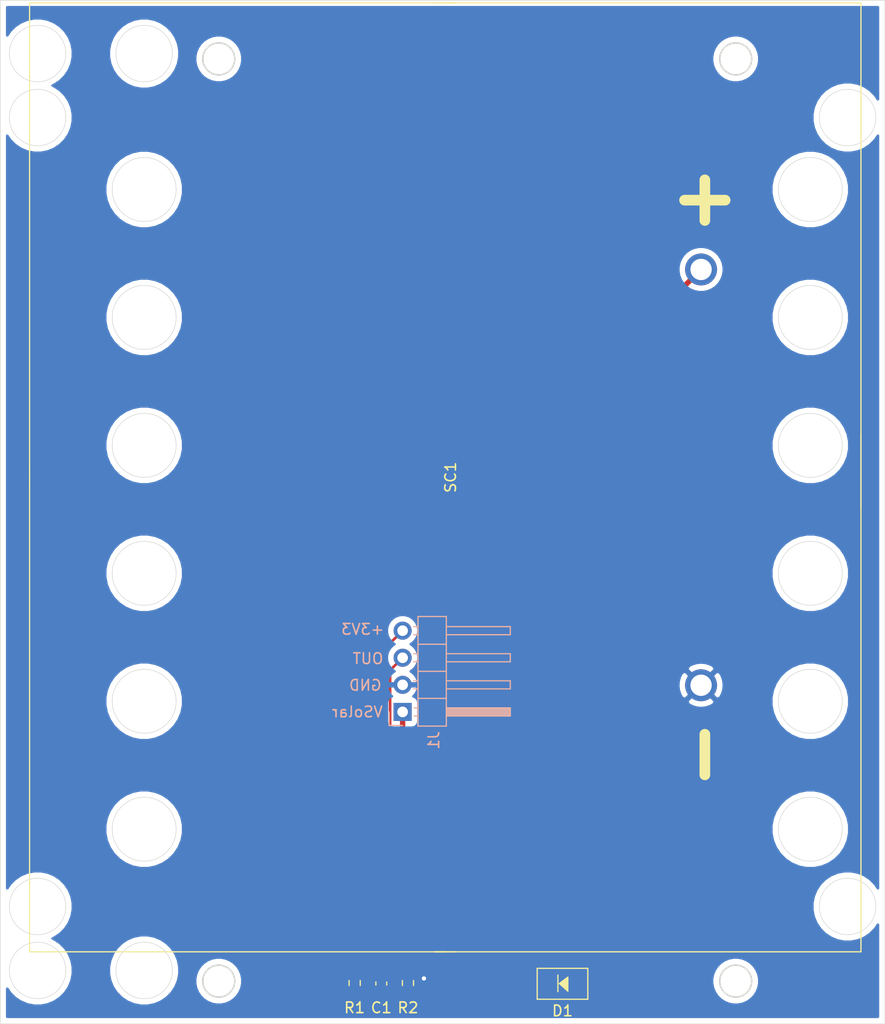
<source format=kicad_pcb>
(kicad_pcb (version 20171130) (host pcbnew "(5.1.10)-1")

  (general
    (thickness 1.6)
    (drawings 158)
    (tracks 21)
    (zones 0)
    (modules 6)
    (nets 6)
  )

  (page A4)
  (title_block
    (title "Solar Configuration for -Y; V1 Stucture")
    (date 2022-03-30)
    (rev 1.0)
  )

  (layers
    (0 F.Cu signal)
    (31 B.Cu signal)
    (32 B.Adhes user)
    (33 F.Adhes user)
    (34 B.Paste user)
    (35 F.Paste user)
    (36 B.SilkS user)
    (37 F.SilkS user)
    (38 B.Mask user)
    (39 F.Mask user)
    (40 Dwgs.User user hide)
    (41 Cmts.User user)
    (42 Eco1.User user)
    (43 Eco2.User user)
    (44 Edge.Cuts user)
    (45 Margin user)
    (46 B.CrtYd user)
    (47 F.CrtYd user)
    (48 B.Fab user)
    (49 F.Fab user hide)
  )

  (setup
    (last_trace_width 0.25)
    (user_trace_width 0.5)
    (trace_clearance 0.2)
    (zone_clearance 0.508)
    (zone_45_only no)
    (trace_min 0.2)
    (via_size 0.8)
    (via_drill 0.4)
    (via_min_size 0.4)
    (via_min_drill 0.3)
    (uvia_size 0.3)
    (uvia_drill 0.1)
    (uvias_allowed no)
    (uvia_min_size 0.2)
    (uvia_min_drill 0.1)
    (edge_width 0.05)
    (segment_width 0.2)
    (pcb_text_width 0.3)
    (pcb_text_size 1.5 1.5)
    (mod_edge_width 0.12)
    (mod_text_size 1 1)
    (mod_text_width 0.15)
    (pad_size 1.7 1.7)
    (pad_drill 1)
    (pad_to_mask_clearance 0)
    (aux_axis_origin 0 0)
    (visible_elements 7FFFFFFF)
    (pcbplotparams
      (layerselection 0x010fc_ffffffff)
      (usegerberextensions false)
      (usegerberattributes true)
      (usegerberadvancedattributes true)
      (creategerberjobfile true)
      (excludeedgelayer true)
      (linewidth 0.100000)
      (plotframeref false)
      (viasonmask false)
      (mode 1)
      (useauxorigin false)
      (hpglpennumber 1)
      (hpglpenspeed 20)
      (hpglpendiameter 15.000000)
      (psnegative false)
      (psa4output false)
      (plotreference true)
      (plotvalue true)
      (plotinvisibletext false)
      (padsonsilk false)
      (subtractmaskfromsilk false)
      (outputformat 1)
      (mirror false)
      (drillshape 1)
      (scaleselection 1)
      (outputdirectory "-Y Extras/Swiss Cheese/"))
  )

  (net 0 "")
  (net 1 GND)
  (net 2 +3V3)
  (net 3 VSOLAR)
  (net 4 OUT)
  (net 5 "Net-(D1-Pad2)")

  (net_class Default "This is the default net class."
    (clearance 0.2)
    (trace_width 0.25)
    (via_dia 0.8)
    (via_drill 0.4)
    (uvia_dia 0.3)
    (uvia_drill 0.1)
    (add_net +3V3)
    (add_net GND)
    (add_net "Net-(D1-Pad2)")
    (add_net OUT)
    (add_net VSOLAR)
  )

  (module SolarPanelBoards:DO-214AC (layer F.Cu) (tedit 6131B737) (tstamp 62461C13)
    (at 142.75 143.25)
    (descr "Diode Footprint for CDBA240LL-HF")
    (path /6108B315)
    (attr smd)
    (fp_text reference D1 (at 0 2.54) (layer F.SilkS)
      (effects (font (size 1 1) (thickness 0.15)))
    )
    (fp_text value CDBA240LL-HF (at 0 -2.54) (layer F.Fab)
      (effects (font (size 1 1) (thickness 0.15)))
    )
    (fp_line (start -2.375 1.45) (end 2.375 1.45) (layer F.SilkS) (width 0.12))
    (fp_line (start 2.375 1.45) (end 2.375 -1.45) (layer F.SilkS) (width 0.12))
    (fp_line (start -2.375 1.45) (end -2.375 -1.45) (layer F.SilkS) (width 0.12))
    (fp_line (start -2.375 -1.45) (end 2.375 -1.45) (layer F.SilkS) (width 0.12))
    (fp_poly (pts (xy 0.508 0.7112) (xy -0.3048 -0.0254) (xy 0.508 -0.635)) (layer F.SilkS) (width 0.1))
    (fp_line (start -0.4318 -0.8128) (end -0.4318 0.7366) (layer F.SilkS) (width 0.12))
    (pad 2 smd rect (at 2 0) (size 2.5 1.7) (layers F.Cu F.Paste F.Mask)
      (net 5 "Net-(D1-Pad2)"))
    (pad 1 smd rect (at -2 0) (size 2.5 1.7) (layers F.Cu F.Paste F.Mask)
      (net 3 VSOLAR))
    (model "C:/Users/grant/Downloads/sma-do-214ac-1.snapshot.1/SMA (DO-214AC).STEP"
      (at (xyz 0 0 0))
      (scale (xyz 1 1 1))
      (rotate (xyz -90 0 0))
    )
  )

  (module SolarPanelBoards:SM811K08TF (layer F.Cu) (tedit 621488D7) (tstamp 62461D0F)
    (at 131.75 95.75 90)
    (path /6143BD42)
    (fp_text reference SC1 (at 0 0.5 90) (layer F.SilkS)
      (effects (font (size 1 1) (thickness 0.15)))
    )
    (fp_text value SM811K08TF (at 0 -0.5 90) (layer F.Fab)
      (effects (font (size 1 1) (thickness 0.15)))
    )
    (fp_line (start 4 39) (end 44.5 39) (layer F.SilkS) (width 0.12))
    (fp_line (start 0 -39) (end 44.5 -39) (layer F.SilkS) (width 0.12))
    (fp_line (start 0 -39) (end -44.5 -39) (layer F.SilkS) (width 0.12))
    (fp_line (start -44.5 0) (end -44.5 -39) (layer F.SilkS) (width 0.12))
    (fp_line (start 44.5 0) (end 44.5 -39) (layer F.SilkS) (width 0.12))
    (fp_line (start 44.5 0) (end 44.5 39) (layer F.SilkS) (width 0.12))
    (fp_line (start -44.5 0) (end -44.5 39) (layer F.SilkS) (width 0.12))
    (fp_line (start 0 39) (end -44.5 39) (layer F.SilkS) (width 0.12))
    (fp_line (start -44.5 -1) (end -44.5 1) (layer F.SilkS) (width 0.12))
    (fp_line (start -44.5 0) (end -44.5 -1) (layer F.SilkS) (width 0.12))
    (fp_line (start 44.5 1) (end 44.5 -1) (layer F.SilkS) (width 0.12))
    (fp_line (start 44.5 0) (end 44.5 1) (layer F.SilkS) (width 0.12))
    (fp_line (start 4 39) (end -3 39) (layer F.SilkS) (width 0.12))
    (fp_line (start 0 39) (end 4 39) (layer F.SilkS) (width 0.12))
    (fp_line (start 1 -39) (end -1 -39) (layer F.SilkS) (width 0.12))
    (fp_line (start 0 -39) (end 1 -39) (layer F.SilkS) (width 0.12))
    (fp_text user - (at -26 24 90) (layer F.SilkS)
      (effects (font (size 5 5) (thickness 1)))
    )
    (fp_text user + (at 26 24 90) (layer F.SilkS)
      (effects (font (size 5 5) (thickness 1)))
    )
    (pad 2 thru_hole circle (at -19.5 24 90) (size 3 3) (drill 2) (layers *.Cu *.Mask)
      (net 1 GND))
    (pad 1 thru_hole circle (at 19.5 24 90) (size 3 3) (drill 2) (layers *.Cu *.Mask)
      (net 5 "Net-(D1-Pad2)"))
  )

  (module Resistor_SMD:R_0603_1608Metric (layer F.Cu) (tedit 5F68FEEE) (tstamp 624547E0)
    (at 128.25 143.175 90)
    (descr "Resistor SMD 0603 (1608 Metric), square (rectangular) end terminal, IPC_7351 nominal, (Body size source: IPC-SM-782 page 72, https://www.pcb-3d.com/wordpress/wp-content/uploads/ipc-sm-782a_amendment_1_and_2.pdf), generated with kicad-footprint-generator")
    (tags resistor)
    (path /61FF6451)
    (attr smd)
    (fp_text reference R2 (at -2.325 0 180) (layer F.SilkS)
      (effects (font (size 1 1) (thickness 0.15)))
    )
    (fp_text value R (at 0 1.43 90) (layer F.Fab)
      (effects (font (size 1 1) (thickness 0.15)))
    )
    (fp_line (start -0.8 0.4125) (end -0.8 -0.4125) (layer F.Fab) (width 0.1))
    (fp_line (start -0.8 -0.4125) (end 0.8 -0.4125) (layer F.Fab) (width 0.1))
    (fp_line (start 0.8 -0.4125) (end 0.8 0.4125) (layer F.Fab) (width 0.1))
    (fp_line (start 0.8 0.4125) (end -0.8 0.4125) (layer F.Fab) (width 0.1))
    (fp_line (start -0.237258 -0.5225) (end 0.237258 -0.5225) (layer F.SilkS) (width 0.12))
    (fp_line (start -0.237258 0.5225) (end 0.237258 0.5225) (layer F.SilkS) (width 0.12))
    (fp_line (start -1.48 0.73) (end -1.48 -0.73) (layer F.CrtYd) (width 0.05))
    (fp_line (start -1.48 -0.73) (end 1.48 -0.73) (layer F.CrtYd) (width 0.05))
    (fp_line (start 1.48 -0.73) (end 1.48 0.73) (layer F.CrtYd) (width 0.05))
    (fp_line (start 1.48 0.73) (end -1.48 0.73) (layer F.CrtYd) (width 0.05))
    (fp_text user %R (at 0 0 90) (layer F.Fab)
      (effects (font (size 0.4 0.4) (thickness 0.06)))
    )
    (pad 2 smd roundrect (at 0.825 0 90) (size 0.8 0.95) (layers F.Cu F.Paste F.Mask) (roundrect_rratio 0.25)
      (net 1 GND))
    (pad 1 smd roundrect (at -0.825 0 90) (size 0.8 0.95) (layers F.Cu F.Paste F.Mask) (roundrect_rratio 0.25)
      (net 4 OUT))
    (model ${KISYS3DMOD}/Resistor_SMD.3dshapes/R_0603_1608Metric.wrl
      (at (xyz 0 0 0))
      (scale (xyz 1 1 1))
      (rotate (xyz 0 0 0))
    )
  )

  (module Resistor_SMD:R_0603_1608Metric (layer F.Cu) (tedit 5F68FEEE) (tstamp 624547B0)
    (at 123.25 143.175 270)
    (descr "Resistor SMD 0603 (1608 Metric), square (rectangular) end terminal, IPC_7351 nominal, (Body size source: IPC-SM-782 page 72, https://www.pcb-3d.com/wordpress/wp-content/uploads/ipc-sm-782a_amendment_1_and_2.pdf), generated with kicad-footprint-generator")
    (tags resistor)
    (path /61FF37C8)
    (attr smd)
    (fp_text reference R1 (at 2.325 0.009 180) (layer F.SilkS)
      (effects (font (size 1 1) (thickness 0.15)))
    )
    (fp_text value ALS-PT19 (at 0 1.43 90) (layer F.Fab)
      (effects (font (size 1 1) (thickness 0.15)))
    )
    (fp_line (start -0.8 0.4125) (end -0.8 -0.4125) (layer F.Fab) (width 0.1))
    (fp_line (start -0.8 -0.4125) (end 0.8 -0.4125) (layer F.Fab) (width 0.1))
    (fp_line (start 0.8 -0.4125) (end 0.8 0.4125) (layer F.Fab) (width 0.1))
    (fp_line (start 0.8 0.4125) (end -0.8 0.4125) (layer F.Fab) (width 0.1))
    (fp_line (start -0.237258 -0.5225) (end 0.237258 -0.5225) (layer F.SilkS) (width 0.12))
    (fp_line (start -0.237258 0.5225) (end 0.237258 0.5225) (layer F.SilkS) (width 0.12))
    (fp_line (start -1.48 0.73) (end -1.48 -0.73) (layer F.CrtYd) (width 0.05))
    (fp_line (start -1.48 -0.73) (end 1.48 -0.73) (layer F.CrtYd) (width 0.05))
    (fp_line (start 1.48 -0.73) (end 1.48 0.73) (layer F.CrtYd) (width 0.05))
    (fp_line (start 1.48 0.73) (end -1.48 0.73) (layer F.CrtYd) (width 0.05))
    (fp_text user %R (at 0 0 90) (layer F.Fab)
      (effects (font (size 0.4 0.4) (thickness 0.06)))
    )
    (pad 2 smd roundrect (at 0.825 0 270) (size 0.8 0.95) (layers F.Cu F.Paste F.Mask) (roundrect_rratio 0.25)
      (net 4 OUT))
    (pad 1 smd roundrect (at -0.825 0 270) (size 0.8 0.95) (layers F.Cu F.Paste F.Mask) (roundrect_rratio 0.25)
      (net 2 +3V3))
    (model ${KISYS3DMOD}/Resistor_SMD.3dshapes/R_0603_1608Metric.wrl
      (at (xyz 0 0 0))
      (scale (xyz 1 1 1))
      (rotate (xyz 0 0 0))
    )
  )

  (module Capacitor_SMD:C_0603_1608Metric (layer F.Cu) (tedit 5F68FEEE) (tstamp 62454810)
    (at 125.75 143.225 90)
    (descr "Capacitor SMD 0603 (1608 Metric), square (rectangular) end terminal, IPC_7351 nominal, (Body size source: IPC-SM-782 page 76, https://www.pcb-3d.com/wordpress/wp-content/uploads/ipc-sm-782a_amendment_1_and_2.pdf), generated with kicad-footprint-generator")
    (tags capacitor)
    (path /61FF8764)
    (attr smd)
    (fp_text reference C1 (at -2.275 0 180) (layer F.SilkS)
      (effects (font (size 1 1) (thickness 0.15)))
    )
    (fp_text value C (at 0 1.43 90) (layer F.Fab)
      (effects (font (size 1 1) (thickness 0.15)))
    )
    (fp_line (start -0.8 0.4) (end -0.8 -0.4) (layer F.Fab) (width 0.1))
    (fp_line (start -0.8 -0.4) (end 0.8 -0.4) (layer F.Fab) (width 0.1))
    (fp_line (start 0.8 -0.4) (end 0.8 0.4) (layer F.Fab) (width 0.1))
    (fp_line (start 0.8 0.4) (end -0.8 0.4) (layer F.Fab) (width 0.1))
    (fp_line (start -0.14058 -0.51) (end 0.14058 -0.51) (layer F.SilkS) (width 0.12))
    (fp_line (start -0.14058 0.51) (end 0.14058 0.51) (layer F.SilkS) (width 0.12))
    (fp_line (start -1.48 0.73) (end -1.48 -0.73) (layer F.CrtYd) (width 0.05))
    (fp_line (start -1.48 -0.73) (end 1.48 -0.73) (layer F.CrtYd) (width 0.05))
    (fp_line (start 1.48 -0.73) (end 1.48 0.73) (layer F.CrtYd) (width 0.05))
    (fp_line (start 1.48 0.73) (end -1.48 0.73) (layer F.CrtYd) (width 0.05))
    (fp_text user %R (at 0 0 90) (layer F.Fab)
      (effects (font (size 0.4 0.4) (thickness 0.06)))
    )
    (pad 2 smd roundrect (at 0.775 0 90) (size 0.9 0.95) (layers F.Cu F.Paste F.Mask) (roundrect_rratio 0.25)
      (net 1 GND))
    (pad 1 smd roundrect (at -0.775 0 90) (size 0.9 0.95) (layers F.Cu F.Paste F.Mask) (roundrect_rratio 0.25)
      (net 4 OUT))
    (model ${KISYS3DMOD}/Capacitor_SMD.3dshapes/C_0603_1608Metric.wrl
      (at (xyz 0 0 0))
      (scale (xyz 1 1 1))
      (rotate (xyz 0 0 0))
    )
  )

  (module Connector_PinHeader_2.54mm:PinHeader_1x04_P2.54mm_Horizontal (layer B.Cu) (tedit 59FED5CB) (tstamp 6245487C)
    (at 127.75 117.75)
    (descr "Through hole angled pin header, 1x04, 2.54mm pitch, 6mm pin length, single row")
    (tags "Through hole angled pin header THT 1x04 2.54mm single row")
    (path /61F4A1BA)
    (fp_text reference J1 (at 2.921 2.667 270) (layer B.SilkS)
      (effects (font (size 1 1) (thickness 0.15)) (justify mirror))
    )
    (fp_text value Conn_01x04 (at 4.385 -9.89 180) (layer B.Fab)
      (effects (font (size 1 1) (thickness 0.15)) (justify mirror))
    )
    (fp_line (start 10.55 1.8) (end -1.8 1.8) (layer B.CrtYd) (width 0.05))
    (fp_line (start 10.55 -9.4) (end 10.55 1.8) (layer B.CrtYd) (width 0.05))
    (fp_line (start -1.8 -9.4) (end 10.55 -9.4) (layer B.CrtYd) (width 0.05))
    (fp_line (start -1.8 1.8) (end -1.8 -9.4) (layer B.CrtYd) (width 0.05))
    (fp_line (start -1.27 1.27) (end 0 1.27) (layer B.SilkS) (width 0.12))
    (fp_line (start -1.27 0) (end -1.27 1.27) (layer B.SilkS) (width 0.12))
    (fp_line (start 1.042929 -8) (end 1.44 -8) (layer B.SilkS) (width 0.12))
    (fp_line (start 1.042929 -7.24) (end 1.44 -7.24) (layer B.SilkS) (width 0.12))
    (fp_line (start 10.1 -8) (end 4.1 -8) (layer B.SilkS) (width 0.12))
    (fp_line (start 10.1 -7.24) (end 10.1 -8) (layer B.SilkS) (width 0.12))
    (fp_line (start 4.1 -7.24) (end 10.1 -7.24) (layer B.SilkS) (width 0.12))
    (fp_line (start 1.44 -6.35) (end 4.1 -6.35) (layer B.SilkS) (width 0.12))
    (fp_line (start 1.042929 -5.46) (end 1.44 -5.46) (layer B.SilkS) (width 0.12))
    (fp_line (start 1.042929 -4.7) (end 1.44 -4.7) (layer B.SilkS) (width 0.12))
    (fp_line (start 10.1 -5.46) (end 4.1 -5.46) (layer B.SilkS) (width 0.12))
    (fp_line (start 10.1 -4.7) (end 10.1 -5.46) (layer B.SilkS) (width 0.12))
    (fp_line (start 4.1 -4.7) (end 10.1 -4.7) (layer B.SilkS) (width 0.12))
    (fp_line (start 1.44 -3.81) (end 4.1 -3.81) (layer B.SilkS) (width 0.12))
    (fp_line (start 1.042929 -2.92) (end 1.44 -2.92) (layer B.SilkS) (width 0.12))
    (fp_line (start 1.042929 -2.16) (end 1.44 -2.16) (layer B.SilkS) (width 0.12))
    (fp_line (start 10.1 -2.92) (end 4.1 -2.92) (layer B.SilkS) (width 0.12))
    (fp_line (start 10.1 -2.16) (end 10.1 -2.92) (layer B.SilkS) (width 0.12))
    (fp_line (start 4.1 -2.16) (end 10.1 -2.16) (layer B.SilkS) (width 0.12))
    (fp_line (start 1.44 -1.27) (end 4.1 -1.27) (layer B.SilkS) (width 0.12))
    (fp_line (start 1.11 -0.38) (end 1.44 -0.38) (layer B.SilkS) (width 0.12))
    (fp_line (start 1.11 0.38) (end 1.44 0.38) (layer B.SilkS) (width 0.12))
    (fp_line (start 4.1 -0.28) (end 10.1 -0.28) (layer B.SilkS) (width 0.12))
    (fp_line (start 4.1 -0.16) (end 10.1 -0.16) (layer B.SilkS) (width 0.12))
    (fp_line (start 4.1 -0.04) (end 10.1 -0.04) (layer B.SilkS) (width 0.12))
    (fp_line (start 4.1 0.08) (end 10.1 0.08) (layer B.SilkS) (width 0.12))
    (fp_line (start 4.1 0.2) (end 10.1 0.2) (layer B.SilkS) (width 0.12))
    (fp_line (start 4.1 0.32) (end 10.1 0.32) (layer B.SilkS) (width 0.12))
    (fp_line (start 10.1 -0.38) (end 4.1 -0.38) (layer B.SilkS) (width 0.12))
    (fp_line (start 10.1 0.38) (end 10.1 -0.38) (layer B.SilkS) (width 0.12))
    (fp_line (start 4.1 0.38) (end 10.1 0.38) (layer B.SilkS) (width 0.12))
    (fp_line (start 4.1 1.33) (end 1.44 1.33) (layer B.SilkS) (width 0.12))
    (fp_line (start 4.1 -8.95) (end 4.1 1.33) (layer B.SilkS) (width 0.12))
    (fp_line (start 1.44 -8.95) (end 4.1 -8.95) (layer B.SilkS) (width 0.12))
    (fp_line (start 1.44 1.33) (end 1.44 -8.95) (layer B.SilkS) (width 0.12))
    (fp_line (start 4.04 -7.94) (end 10.04 -7.94) (layer B.Fab) (width 0.1))
    (fp_line (start 10.04 -7.3) (end 10.04 -7.94) (layer B.Fab) (width 0.1))
    (fp_line (start 4.04 -7.3) (end 10.04 -7.3) (layer B.Fab) (width 0.1))
    (fp_line (start -0.32 -7.94) (end 1.5 -7.94) (layer B.Fab) (width 0.1))
    (fp_line (start -0.32 -7.3) (end -0.32 -7.94) (layer B.Fab) (width 0.1))
    (fp_line (start -0.32 -7.3) (end 1.5 -7.3) (layer B.Fab) (width 0.1))
    (fp_line (start 4.04 -5.4) (end 10.04 -5.4) (layer B.Fab) (width 0.1))
    (fp_line (start 10.04 -4.76) (end 10.04 -5.4) (layer B.Fab) (width 0.1))
    (fp_line (start 4.04 -4.76) (end 10.04 -4.76) (layer B.Fab) (width 0.1))
    (fp_line (start -0.32 -5.4) (end 1.5 -5.4) (layer B.Fab) (width 0.1))
    (fp_line (start -0.32 -4.76) (end -0.32 -5.4) (layer B.Fab) (width 0.1))
    (fp_line (start -0.32 -4.76) (end 1.5 -4.76) (layer B.Fab) (width 0.1))
    (fp_line (start 4.04 -2.86) (end 10.04 -2.86) (layer B.Fab) (width 0.1))
    (fp_line (start 10.04 -2.22) (end 10.04 -2.86) (layer B.Fab) (width 0.1))
    (fp_line (start 4.04 -2.22) (end 10.04 -2.22) (layer B.Fab) (width 0.1))
    (fp_line (start -0.32 -2.86) (end 1.5 -2.86) (layer B.Fab) (width 0.1))
    (fp_line (start -0.32 -2.22) (end -0.32 -2.86) (layer B.Fab) (width 0.1))
    (fp_line (start -0.32 -2.22) (end 1.5 -2.22) (layer B.Fab) (width 0.1))
    (fp_line (start 4.04 -0.32) (end 10.04 -0.32) (layer B.Fab) (width 0.1))
    (fp_line (start 10.04 0.32) (end 10.04 -0.32) (layer B.Fab) (width 0.1))
    (fp_line (start 4.04 0.32) (end 10.04 0.32) (layer B.Fab) (width 0.1))
    (fp_line (start -0.32 -0.32) (end 1.5 -0.32) (layer B.Fab) (width 0.1))
    (fp_line (start -0.32 0.32) (end -0.32 -0.32) (layer B.Fab) (width 0.1))
    (fp_line (start -0.32 0.32) (end 1.5 0.32) (layer B.Fab) (width 0.1))
    (fp_line (start 1.5 0.635) (end 2.135 1.27) (layer B.Fab) (width 0.1))
    (fp_line (start 1.5 -8.89) (end 1.5 0.635) (layer B.Fab) (width 0.1))
    (fp_line (start 4.04 -8.89) (end 1.5 -8.89) (layer B.Fab) (width 0.1))
    (fp_line (start 4.04 1.27) (end 4.04 -8.89) (layer B.Fab) (width 0.1))
    (fp_line (start 2.135 1.27) (end 4.04 1.27) (layer B.Fab) (width 0.1))
    (fp_text user %R (at 2.77 -3.81 90) (layer B.Fab)
      (effects (font (size 1 1) (thickness 0.15)) (justify mirror))
    )
    (pad 4 thru_hole oval (at 0 -7.62) (size 1.7 1.7) (drill 1) (layers *.Cu *.Mask)
      (net 2 +3V3))
    (pad 3 thru_hole oval (at 0 -5.08) (size 1.7 1.7) (drill 1) (layers *.Cu *.Mask)
      (net 4 OUT))
    (pad 2 thru_hole oval (at 0 -2.54) (size 1.7 1.7) (drill 1) (layers *.Cu *.Mask)
      (net 1 GND))
    (pad 1 thru_hole rect (at 0 0) (size 1.7 1.7) (drill 1) (layers *.Cu *.Mask)
      (net 3 VSOLAR))
    (model ${KISYS3DMOD}/Connector_PinHeader_2.54mm.3dshapes/PinHeader_1x04_P2.54mm_Horizontal.wrl
      (at (xyz 0 0 0))
      (scale (xyz 1 1 1))
      (rotate (xyz 0 0 0))
    )
  )

  (gr_circle (center 166 68.75) (end 166 71.75) (layer Edge.Cuts) (width 0.05) (tstamp 6245597E))
  (gr_circle (center 166 80.75) (end 166 83.75) (layer Edge.Cuts) (width 0.05) (tstamp 6245597E))
  (gr_circle (center 166 92.75) (end 166 95.75) (layer Edge.Cuts) (width 0.05) (tstamp 6245597E))
  (gr_circle (center 166 104.75) (end 166 107.75) (layer Edge.Cuts) (width 0.05) (tstamp 6245597E))
  (gr_circle (center 166 116.75) (end 166 119.75) (layer Edge.Cuts) (width 0.05) (tstamp 6245597E))
  (gr_circle (center 166 128.75) (end 166 131.75) (layer Edge.Cuts) (width 0.05) (tstamp 6245597E))
  (gr_circle (center 103.5 68.75) (end 103.5 71.75) (layer Edge.Cuts) (width 0.05) (tstamp 6245597E))
  (gr_circle (center 103.5 80.75) (end 103.5 83.75) (layer Edge.Cuts) (width 0.05) (tstamp 6245597E))
  (gr_circle (center 103.5 92.75) (end 103.5 95.75) (layer Edge.Cuts) (width 0.05) (tstamp 6245597E))
  (gr_circle (center 103.5 104.75) (end 103.5 107.75) (layer Edge.Cuts) (width 0.05) (tstamp 6245597E))
  (gr_circle (center 103.5 116.75) (end 103.5 119.75) (layer Edge.Cuts) (width 0.05) (tstamp 6245597E))
  (gr_circle (center 103.5 128.75) (end 103.5 131.75) (layer Edge.Cuts) (width 0.05))
  (gr_circle (center 169.5 136) (end 172.15 136) (layer Edge.Cuts) (width 0.05) (tstamp 62455966))
  (gr_circle (center 169.5 62) (end 172.15 62) (layer Edge.Cuts) (width 0.05) (tstamp 62455966))
  (gr_circle (center 103.5 56) (end 106.15 56) (layer Edge.Cuts) (width 0.05) (tstamp 62455966))
  (gr_circle (center 93.5 56) (end 96.15 56) (layer Edge.Cuts) (width 0.05) (tstamp 62455966))
  (gr_circle (center 93.5 62) (end 96.15 62) (layer Edge.Cuts) (width 0.05) (tstamp 62455966))
  (gr_circle (center 103.5 142) (end 106.15 142) (layer Edge.Cuts) (width 0.05) (tstamp 62455966))
  (gr_circle (center 93.5 142) (end 96.15 142) (layer Edge.Cuts) (width 0.05) (tstamp 62455966))
  (gr_circle (center 93.5 136) (end 96.15 136) (layer Edge.Cuts) (width 0.05))
  (gr_line (start 161 138) (end 108.5 138) (layer Dwgs.User) (width 0.15))
  (gr_line (start 108.5 61.5) (end 108.5 138) (layer Dwgs.User) (width 0.15))
  (gr_line (start 161 61.5) (end 108.5 61.5) (layer Dwgs.User) (width 0.15))
  (gr_line (start 161 137.5) (end 161 138) (layer Dwgs.User) (width 0.15))
  (gr_line (start 161 136) (end 161 137.5) (layer Dwgs.User) (width 0.15))
  (gr_line (start 161 135.5) (end 161 136) (layer Dwgs.User) (width 0.15))
  (gr_line (start 161 61.5) (end 161 135.5) (layer Dwgs.User) (width 0.15))
  (dimension 9 (width 0.15) (layer Dwgs.User)
    (gr_text "9.000 mm" (at 174.8 142.5 90) (layer Dwgs.User)
      (effects (font (size 1 1) (thickness 0.15)))
    )
    (feature1 (pts (xy 173 138) (xy 174.086421 138)))
    (feature2 (pts (xy 173 147) (xy 174.086421 147)))
    (crossbar (pts (xy 173.5 147) (xy 173.5 138)))
    (arrow1a (pts (xy 173.5 138) (xy 174.086421 139.126504)))
    (arrow1b (pts (xy 173.5 138) (xy 172.913579 139.126504)))
    (arrow2a (pts (xy 173.5 147) (xy 174.086421 145.873496)))
    (arrow2b (pts (xy 173.5 147) (xy 172.913579 145.873496)))
  )
  (dimension 10.5 (width 0.15) (layer Dwgs.User)
    (gr_text "10.500 mm" (at 175.8 56.25 270) (layer Dwgs.User)
      (effects (font (size 1 1) (thickness 0.15)))
    )
    (feature1 (pts (xy 173 61.5) (xy 175.086421 61.5)))
    (feature2 (pts (xy 173 51) (xy 175.086421 51)))
    (crossbar (pts (xy 174.5 51) (xy 174.5 61.5)))
    (arrow1a (pts (xy 174.5 61.5) (xy 173.913579 60.373496)))
    (arrow1b (pts (xy 174.5 61.5) (xy 175.086421 60.373496)))
    (arrow2a (pts (xy 174.5 51) (xy 173.913579 52.126504)))
    (arrow2b (pts (xy 174.5 51) (xy 175.086421 52.126504)))
  )
  (dimension 12 (width 0.15) (layer Dwgs.User)
    (gr_text "12.000 mm" (at 167 45.2) (layer Dwgs.User)
      (effects (font (size 1 1) (thickness 0.15)))
    )
    (feature1 (pts (xy 161 51) (xy 161 45.913579)))
    (feature2 (pts (xy 173 51) (xy 173 45.913579)))
    (crossbar (pts (xy 173 46.5) (xy 161 46.5)))
    (arrow1a (pts (xy 161 46.5) (xy 162.126504 45.913579)))
    (arrow1b (pts (xy 161 46.5) (xy 162.126504 47.086421)))
    (arrow2a (pts (xy 173 46.5) (xy 171.873496 45.913579)))
    (arrow2b (pts (xy 173 46.5) (xy 171.873496 47.086421)))
  )
  (gr_circle (center 93.5 136) (end 96.15 136) (layer Dwgs.User) (width 0.15) (tstamp 62453DB7))
  (dimension 6 (width 0.15) (layer Dwgs.User)
    (gr_text "6.000 mm" (at 80.7 139 90) (layer Dwgs.User)
      (effects (font (size 1 1) (thickness 0.15)))
    )
    (feature1 (pts (xy 93.5 136) (xy 81.413579 136)))
    (feature2 (pts (xy 93.5 142) (xy 81.413579 142)))
    (crossbar (pts (xy 82 142) (xy 82 136)))
    (arrow1a (pts (xy 82 136) (xy 82.586421 137.126504)))
    (arrow1b (pts (xy 82 136) (xy 81.413579 137.126504)))
    (arrow2a (pts (xy 82 142) (xy 82.586421 140.873496)))
    (arrow2b (pts (xy 82 142) (xy 81.413579 140.873496)))
  )
  (gr_circle (center 93.5 142) (end 96.15 142) (layer Dwgs.User) (width 0.15) (tstamp 62453DB7))
  (gr_circle (center 93.5 62) (end 96.15 62) (layer Dwgs.User) (width 0.15) (tstamp 62453DB7))
  (gr_circle (center 93.5 56) (end 96.15 56) (layer Dwgs.User) (width 0.15) (tstamp 62453DB7))
  (gr_line (start 93.5 56) (end 93.5 147) (layer Dwgs.User) (width 0.15))
  (dimension 6 (width 0.15) (layer Dwgs.User)
    (gr_text "6.000 mm" (at 81.2 59 270) (layer Dwgs.User)
      (effects (font (size 1 1) (thickness 0.15)))
    )
    (feature1 (pts (xy 93.5 62) (xy 81.913579 62)))
    (feature2 (pts (xy 93.5 56) (xy 81.913579 56)))
    (crossbar (pts (xy 82.5 56) (xy 82.5 62)))
    (arrow1a (pts (xy 82.5 62) (xy 81.913579 60.873496)))
    (arrow1b (pts (xy 82.5 62) (xy 83.086421 60.873496)))
    (arrow2a (pts (xy 82.5 56) (xy 81.913579 57.126504)))
    (arrow2b (pts (xy 82.5 56) (xy 83.086421 57.126504)))
  )
  (dimension 10 (width 0.15) (layer Dwgs.User)
    (gr_text "10.000 mm" (at 98.5 41.7) (layer Dwgs.User)
      (effects (font (size 1 1) (thickness 0.15)))
    )
    (feature1 (pts (xy 93.5 56) (xy 93.5 42.413579)))
    (feature2 (pts (xy 103.5 56) (xy 103.5 42.413579)))
    (crossbar (pts (xy 103.5 43) (xy 93.5 43)))
    (arrow1a (pts (xy 93.5 43) (xy 94.626504 42.413579)))
    (arrow1b (pts (xy 93.5 43) (xy 94.626504 43.586421)))
    (arrow2a (pts (xy 103.5 43) (xy 102.373496 42.413579)))
    (arrow2b (pts (xy 103.5 43) (xy 102.373496 43.586421)))
  )
  (dimension 96 (width 0.15) (layer Dwgs.User)
    (gr_text "96.000 mm" (at 190.3 99 270) (layer Dwgs.User)
      (effects (font (size 1 1) (thickness 0.15)))
    )
    (feature1 (pts (xy 173 147) (xy 189.586421 147)))
    (feature2 (pts (xy 173 51) (xy 189.586421 51)))
    (crossbar (pts (xy 189 51) (xy 189 147)))
    (arrow1a (pts (xy 189 147) (xy 188.413579 145.873496)))
    (arrow1b (pts (xy 189 147) (xy 189.586421 145.873496)))
    (arrow2a (pts (xy 189 51) (xy 188.413579 52.126504)))
    (arrow2b (pts (xy 189 51) (xy 189.586421 52.126504)))
  )
  (gr_line (start 168.65 92.5) (end 168.65 93) (layer Dwgs.User) (width 0.15) (tstamp 62453D2B))
  (gr_line (start 168.65 128.5) (end 168.65 129) (layer Dwgs.User) (width 0.15) (tstamp 62453D2A))
  (gr_line (start 168.65 104.5) (end 168.65 105) (layer Dwgs.User) (width 0.15) (tstamp 62453D29))
  (gr_line (start 168.65 80.5) (end 168.65 81) (layer Dwgs.User) (width 0.15) (tstamp 62453D28))
  (gr_line (start 163.35 80.5) (end 163.35 81) (layer Dwgs.User) (width 0.15) (tstamp 62453D27))
  (gr_line (start 166 68.5) (end 166 128.5) (layer Dwgs.User) (width 0.15) (tstamp 62453D26))
  (gr_line (start 163.35 117) (end 163.35 116.5) (layer Dwgs.User) (width 0.15) (tstamp 62453D25))
  (gr_line (start 163.35 129) (end 163.35 128.5) (layer Dwgs.User) (width 0.15) (tstamp 62453D24))
  (gr_line (start 163.35 69) (end 163.35 68.5) (layer Dwgs.User) (width 0.15) (tstamp 62453D23))
  (gr_line (start 163.35 92.5) (end 163.35 93) (layer Dwgs.User) (width 0.15) (tstamp 62453D22))
  (gr_circle (center 166 104.5) (end 168.65 104.5) (layer Dwgs.User) (width 0.15) (tstamp 62453D21))
  (gr_circle (center 166 128.5) (end 168.65 128.5) (layer Dwgs.User) (width 0.15) (tstamp 62453D20))
  (gr_line (start 163.35 105) (end 163.35 104.5) (layer Dwgs.User) (width 0.15) (tstamp 62453D1F))
  (gr_line (start 168.65 116.5) (end 168.65 117) (layer Dwgs.User) (width 0.15) (tstamp 62453D1E))
  (gr_line (start 168.65 69) (end 168.65 68.5) (layer Dwgs.User) (width 0.15) (tstamp 62453D1D))
  (gr_circle (center 166 129) (end 168.65 129) (layer Dwgs.User) (width 0.15) (tstamp 62453D1C))
  (gr_circle (center 166 69) (end 168.65 69) (layer Dwgs.User) (width 0.15) (tstamp 62453D1B))
  (gr_circle (center 166 116.5) (end 168.65 116.5) (layer Dwgs.User) (width 0.15) (tstamp 62453D1A))
  (gr_circle (center 166 80.5) (end 168.65 80.5) (layer Dwgs.User) (width 0.15) (tstamp 62453D19))
  (gr_circle (center 166 92.5) (end 168.65 92.5) (layer Dwgs.User) (width 0.15) (tstamp 62453D18))
  (gr_circle (center 166 68.5) (end 168.65 68.5) (layer Dwgs.User) (width 0.15) (tstamp 62453D17))
  (gr_circle (center 166 117) (end 168.65 117) (layer Dwgs.User) (width 0.15) (tstamp 62453D16))
  (gr_circle (center 166 81) (end 168.65 81) (layer Dwgs.User) (width 0.15) (tstamp 62453D15))
  (gr_circle (center 166 93) (end 168.65 93) (layer Dwgs.User) (width 0.15) (tstamp 62453D14))
  (gr_circle (center 166 68.5) (end 168.65 68.5) (layer Dwgs.User) (width 0.15) (tstamp 62453D12))
  (gr_circle (center 166 129) (end 168.65 129) (layer Dwgs.User) (width 0.15) (tstamp 62453D11))
  (gr_line (start 166 69) (end 166 129) (layer Dwgs.User) (width 0.15) (tstamp 62453D10))
  (gr_circle (center 166 105) (end 168.65 105) (layer Dwgs.User) (width 0.15) (tstamp 62453D0E))
  (gr_line (start 166 56) (end 166 147) (layer Dwgs.User) (width 0.15) (tstamp 62453D0D))
  (gr_line (start 106.15 69) (end 106.15 68.5) (layer Dwgs.User) (width 0.15) (tstamp 62453CF6))
  (gr_line (start 100.85 69) (end 100.85 68.5) (layer Dwgs.User) (width 0.15) (tstamp 62453CF5))
  (gr_line (start 106.15 80.5) (end 106.15 81) (layer Dwgs.User) (width 0.15) (tstamp 62453CF4))
  (gr_line (start 100.85 80.5) (end 100.85 81) (layer Dwgs.User) (width 0.15) (tstamp 62453CF3))
  (gr_line (start 106.15 92.5) (end 106.15 93) (layer Dwgs.User) (width 0.15) (tstamp 62453CF2))
  (gr_line (start 100.85 92.5) (end 100.85 93) (layer Dwgs.User) (width 0.15) (tstamp 62453CF1))
  (gr_line (start 106.15 104.5) (end 106.15 105) (layer Dwgs.User) (width 0.15) (tstamp 62453CF0))
  (gr_line (start 100.85 105) (end 100.85 104.5) (layer Dwgs.User) (width 0.15) (tstamp 62453CEF))
  (gr_line (start 106.15 116.5) (end 106.15 117) (layer Dwgs.User) (width 0.15) (tstamp 62453CEE))
  (gr_line (start 100.85 117) (end 100.85 116.5) (layer Dwgs.User) (width 0.15) (tstamp 62453CED))
  (gr_line (start 106.15 128.5) (end 106.15 129) (layer Dwgs.User) (width 0.15) (tstamp 62453CEC))
  (gr_line (start 100.85 129) (end 100.85 128.5) (layer Dwgs.User) (width 0.15) (tstamp 62453CEB))
  (gr_circle (center 103.5 104.5) (end 106.15 104.5) (layer Dwgs.User) (width 0.15) (tstamp 62453CB4))
  (gr_circle (center 103.5 128.5) (end 106.15 128.5) (layer Dwgs.User) (width 0.15) (tstamp 62453CB3))
  (gr_line (start 103.5 68.5) (end 103.5 128.5) (layer Dwgs.User) (width 0.15) (tstamp 62453CB2))
  (gr_circle (center 103.5 116.5) (end 106.15 116.5) (layer Dwgs.User) (width 0.15) (tstamp 62453CB1))
  (gr_circle (center 103.5 80.5) (end 106.15 80.5) (layer Dwgs.User) (width 0.15) (tstamp 62453CAA))
  (gr_circle (center 103.5 92.5) (end 106.15 92.5) (layer Dwgs.User) (width 0.15) (tstamp 62453CA9))
  (gr_circle (center 103.5 68.5) (end 106.15 68.5) (layer Dwgs.User) (width 0.15) (tstamp 62453CA4))
  (gr_circle (center 103.5 105) (end 106.15 105) (layer Dwgs.User) (width 0.15) (tstamp 62453CB4))
  (gr_circle (center 103.5 129) (end 106.15 129) (layer Dwgs.User) (width 0.15) (tstamp 62453CB3))
  (gr_line (start 103.5 69) (end 103.5 129) (layer Dwgs.User) (width 0.15) (tstamp 62453CB2))
  (gr_circle (center 103.5 117) (end 106.15 117) (layer Dwgs.User) (width 0.15) (tstamp 62453CB1))
  (gr_circle (center 103.5 81) (end 106.15 81) (layer Dwgs.User) (width 0.15) (tstamp 62453CAA))
  (gr_circle (center 103.5 93) (end 106.15 93) (layer Dwgs.User) (width 0.15) (tstamp 62453CA9))
  (gr_circle (center 103.5 69) (end 106.15 69) (layer Dwgs.User) (width 0.15) (tstamp 62453CA4))
  (gr_circle (center 60 118) (end 62.65 118) (layer Dwgs.User) (width 0.15) (tstamp 62453C9B))
  (gr_circle (center 60 106) (end 62.65 106) (layer Dwgs.User) (width 0.15) (tstamp 62453C9B))
  (gr_circle (center 60 94) (end 62.65 94) (layer Dwgs.User) (width 0.15) (tstamp 62453C9B))
  (gr_circle (center 60 82) (end 62.65 82) (layer Dwgs.User) (width 0.15) (tstamp 62453C9B))
  (dimension 12 (width 0.15) (layer Dwgs.User)
    (gr_text "12.000 mm" (at 51.2 124 270) (layer Dwgs.User)
      (effects (font (size 1 1) (thickness 0.15)))
    )
    (feature1 (pts (xy 60 130) (xy 51.913579 130)))
    (feature2 (pts (xy 60 118) (xy 51.913579 118)))
    (crossbar (pts (xy 52.5 118) (xy 52.5 130)))
    (arrow1a (pts (xy 52.5 130) (xy 51.913579 128.873496)))
    (arrow1b (pts (xy 52.5 130) (xy 53.086421 128.873496)))
    (arrow2a (pts (xy 52.5 118) (xy 51.913579 119.126504)))
    (arrow2b (pts (xy 52.5 118) (xy 53.086421 119.126504)))
  )
  (dimension 12 (width 0.15) (layer Dwgs.User)
    (gr_text "12.000 mm" (at 51.2 112 270) (layer Dwgs.User)
      (effects (font (size 1 1) (thickness 0.15)))
    )
    (feature1 (pts (xy 60 118) (xy 51.913579 118)))
    (feature2 (pts (xy 60 106) (xy 51.913579 106)))
    (crossbar (pts (xy 52.5 106) (xy 52.5 118)))
    (arrow1a (pts (xy 52.5 118) (xy 51.913579 116.873496)))
    (arrow1b (pts (xy 52.5 118) (xy 53.086421 116.873496)))
    (arrow2a (pts (xy 52.5 106) (xy 51.913579 107.126504)))
    (arrow2b (pts (xy 52.5 106) (xy 53.086421 107.126504)))
  )
  (dimension 12 (width 0.15) (layer Dwgs.User)
    (gr_text "12.000 mm" (at 51.2 100 270) (layer Dwgs.User)
      (effects (font (size 1 1) (thickness 0.15)))
    )
    (feature1 (pts (xy 60 106) (xy 51.913579 106)))
    (feature2 (pts (xy 60 94) (xy 51.913579 94)))
    (crossbar (pts (xy 52.5 94) (xy 52.5 106)))
    (arrow1a (pts (xy 52.5 106) (xy 51.913579 104.873496)))
    (arrow1b (pts (xy 52.5 106) (xy 53.086421 104.873496)))
    (arrow2a (pts (xy 52.5 94) (xy 51.913579 95.126504)))
    (arrow2b (pts (xy 52.5 94) (xy 53.086421 95.126504)))
  )
  (dimension 12 (width 0.15) (layer Dwgs.User)
    (gr_text "12.000 mm" (at 51.2 88 270) (layer Dwgs.User)
      (effects (font (size 1 1) (thickness 0.15)))
    )
    (feature1 (pts (xy 60 94) (xy 51.913579 94)))
    (feature2 (pts (xy 60 82) (xy 51.913579 82)))
    (crossbar (pts (xy 52.5 82) (xy 52.5 94)))
    (arrow1a (pts (xy 52.5 94) (xy 51.913579 92.873496)))
    (arrow1b (pts (xy 52.5 94) (xy 53.086421 92.873496)))
    (arrow2a (pts (xy 52.5 82) (xy 51.913579 83.126504)))
    (arrow2b (pts (xy 52.5 82) (xy 53.086421 83.126504)))
  )
  (dimension 12 (width 0.15) (layer Dwgs.User)
    (gr_text "12.000 mm" (at 51.2 76 270) (layer Dwgs.User)
      (effects (font (size 1 1) (thickness 0.15)))
    )
    (feature1 (pts (xy 60 82) (xy 51.913579 82)))
    (feature2 (pts (xy 60 70) (xy 51.913579 70)))
    (crossbar (pts (xy 52.5 70) (xy 52.5 82)))
    (arrow1a (pts (xy 52.5 82) (xy 51.913579 80.873496)))
    (arrow1b (pts (xy 52.5 82) (xy 53.086421 80.873496)))
    (arrow2a (pts (xy 52.5 70) (xy 51.913579 71.126504)))
    (arrow2b (pts (xy 52.5 70) (xy 53.086421 71.126504)))
  )
  (gr_circle (center 60 130) (end 62.65 130) (layer Dwgs.User) (width 0.15) (tstamp 62453C9B))
  (gr_circle (center 60 70) (end 62.65 70) (layer Dwgs.User) (width 0.15) (tstamp 62453C92))
  (gr_line (start 60 70) (end 60 130) (layer Dwgs.User) (width 0.15) (tstamp 62453C90))
  (gr_circle (center 169.5 136) (end 172.15 136) (layer Dwgs.User) (width 0.15) (tstamp 62453C76))
  (gr_circle (center 169.5 62) (end 172.15 62) (layer Dwgs.User) (width 0.15) (tstamp 62453C76))
  (gr_line (start 173 62) (end 169.5 62) (layer Dwgs.User) (width 0.15))
  (dimension 11 (width 0.15) (layer Dwgs.User)
    (gr_text "11.000 mm" (at 179.3 56.5 270) (layer Dwgs.User)
      (effects (font (size 1 1) (thickness 0.15)))
    )
    (feature1 (pts (xy 173 62) (xy 178.586421 62)))
    (feature2 (pts (xy 173 51) (xy 178.586421 51)))
    (crossbar (pts (xy 178 51) (xy 178 62)))
    (arrow1a (pts (xy 178 62) (xy 177.413579 60.873496)))
    (arrow1b (pts (xy 178 62) (xy 178.586421 60.873496)))
    (arrow2a (pts (xy 178 51) (xy 177.413579 52.126504)))
    (arrow2b (pts (xy 178 51) (xy 178.586421 52.126504)))
  )
  (gr_line (start 173 136) (end 169.5 136) (layer Dwgs.User) (width 0.15))
  (dimension 11 (width 0.15) (layer Dwgs.User)
    (gr_text "11.000 mm" (at 177.3 141.5 90) (layer Dwgs.User)
      (effects (font (size 1 1) (thickness 0.15)))
    )
    (feature1 (pts (xy 173 136) (xy 176.586421 136)))
    (feature2 (pts (xy 173 147) (xy 176.586421 147)))
    (crossbar (pts (xy 176 147) (xy 176 136)))
    (arrow1a (pts (xy 176 136) (xy 176.586421 137.126504)))
    (arrow1b (pts (xy 176 136) (xy 175.413579 137.126504)))
    (arrow2a (pts (xy 176 147) (xy 176.586421 145.873496)))
    (arrow2b (pts (xy 176 147) (xy 175.413579 145.873496)))
  )
  (gr_line (start 169.5 147) (end 169.5 51) (layer Dwgs.User) (width 0.15))
  (dimension 3.5 (width 0.15) (layer Dwgs.User)
    (gr_text "3.500 mm" (at 171.25 154.3) (layer Dwgs.User)
      (effects (font (size 1 1) (thickness 0.15)))
    )
    (feature1 (pts (xy 169.5 147) (xy 169.5 153.586421)))
    (feature2 (pts (xy 173 147) (xy 173 153.586421)))
    (crossbar (pts (xy 173 153) (xy 169.5 153)))
    (arrow1a (pts (xy 169.5 153) (xy 170.626504 152.413579)))
    (arrow1b (pts (xy 169.5 153) (xy 170.626504 153.586421)))
    (arrow2a (pts (xy 173 153) (xy 171.873496 152.413579)))
    (arrow2b (pts (xy 173 153) (xy 171.873496 153.586421)))
  )
  (gr_circle (center 103.5 68.5) (end 106.15 68.5) (layer Dwgs.User) (width 0.15) (tstamp 62453C76))
  (gr_circle (center 103.5 129) (end 106.15 129) (layer Dwgs.User) (width 0.15) (tstamp 62453C76))
  (gr_line (start 173 129) (end 90 129) (layer Dwgs.User) (width 0.15))
  (gr_line (start 173 68.5) (end 90 68.5) (layer Dwgs.User) (width 0.15))
  (gr_circle (center 166 68.5) (end 168.65 68.5) (layer Dwgs.User) (width 0.15) (tstamp 62453C55))
  (gr_circle (center 166 129) (end 168.65 129) (layer Dwgs.User) (width 0.15) (tstamp 62453C55))
  (dimension 18 (width 0.15) (layer Dwgs.User)
    (gr_text "18.000 mm" (at 182.3 138 90) (layer Dwgs.User)
      (effects (font (size 1 1) (thickness 0.15)))
    )
    (feature1 (pts (xy 166 129) (xy 181.586421 129)))
    (feature2 (pts (xy 166 147) (xy 181.586421 147)))
    (crossbar (pts (xy 181 147) (xy 181 129)))
    (arrow1a (pts (xy 181 129) (xy 181.586421 130.126504)))
    (arrow1b (pts (xy 181 129) (xy 180.413579 130.126504)))
    (arrow2a (pts (xy 181 147) (xy 181.586421 145.873496)))
    (arrow2b (pts (xy 181 147) (xy 180.413579 145.873496)))
  )
  (dimension 17.5 (width 0.15) (layer Dwgs.User)
    (gr_text "17.500 mm" (at 183.3 59.75 270) (layer Dwgs.User)
      (effects (font (size 1 1) (thickness 0.15)))
    )
    (feature1 (pts (xy 166 68.5) (xy 182.586421 68.5)))
    (feature2 (pts (xy 166 51) (xy 182.586421 51)))
    (crossbar (pts (xy 182 51) (xy 182 68.5)))
    (arrow1a (pts (xy 182 68.5) (xy 181.413579 67.373496)))
    (arrow1b (pts (xy 182 68.5) (xy 182.586421 67.373496)))
    (arrow2a (pts (xy 182 51) (xy 181.413579 52.126504)))
    (arrow2b (pts (xy 182 51) (xy 182.586421 52.126504)))
  )
  (gr_line (start 166 51) (end 166 147) (layer Dwgs.User) (width 0.15))
  (dimension 7 (width 0.15) (layer Dwgs.User)
    (gr_text "7.000 mm" (at 169.5 47.200001) (layer Dwgs.User)
      (effects (font (size 1 1) (thickness 0.15)))
    )
    (feature1 (pts (xy 166 51) (xy 166 47.91358)))
    (feature2 (pts (xy 173 51) (xy 173 47.91358)))
    (crossbar (pts (xy 173 48.500001) (xy 166 48.500001)))
    (arrow1a (pts (xy 166 48.500001) (xy 167.126504 47.91358)))
    (arrow1b (pts (xy 166 48.500001) (xy 167.126504 49.086422)))
    (arrow2a (pts (xy 173 48.500001) (xy 171.873496 47.91358)))
    (arrow2b (pts (xy 173 48.500001) (xy 171.873496 49.086422)))
  )
  (gr_circle (center 103.5 142) (end 106.15 142) (layer Dwgs.User) (width 0.15) (tstamp 62453C4C))
  (gr_line (start 90 142) (end 103.5 142) (layer Dwgs.User) (width 0.15))
  (dimension 5 (width 0.15) (layer Dwgs.User)
    (gr_text "5.000 mm" (at 77.2 144.5 90) (layer Dwgs.User)
      (effects (font (size 1 1) (thickness 0.15)))
    )
    (feature1 (pts (xy 90 142) (xy 77.913579 142)))
    (feature2 (pts (xy 90 147) (xy 77.913579 147)))
    (crossbar (pts (xy 78.5 147) (xy 78.5 142)))
    (arrow1a (pts (xy 78.5 142) (xy 79.086421 143.126504)))
    (arrow1b (pts (xy 78.5 142) (xy 77.913579 143.126504)))
    (arrow2a (pts (xy 78.5 147) (xy 79.086421 145.873496)))
    (arrow2b (pts (xy 78.5 147) (xy 77.913579 145.873496)))
  )
  (gr_line (start 103.5 56) (end 103.5 147) (layer Dwgs.User) (width 0.15))
  (gr_circle (center 103.5 56) (end 106.15 56) (layer Dwgs.User) (width 0.15) (tstamp 62453C43))
  (dimension 5 (width 0.15) (layer Dwgs.User)
    (gr_text "5.000 mm" (at 77.7 53.5 270) (layer Dwgs.User)
      (effects (font (size 1 1) (thickness 0.15)))
    )
    (feature1 (pts (xy 103.5 56) (xy 78.413579 56)))
    (feature2 (pts (xy 103.5 51) (xy 78.413579 51)))
    (crossbar (pts (xy 79 51) (xy 79 56)))
    (arrow1a (pts (xy 79 56) (xy 78.413579 54.873496)))
    (arrow1b (pts (xy 79 56) (xy 79.586421 54.873496)))
    (arrow2a (pts (xy 79 51) (xy 78.413579 52.126504)))
    (arrow2b (pts (xy 79 51) (xy 79.586421 52.126504)))
  )
  (dimension 7 (width 0.15) (layer Dwgs.User)
    (gr_text "7.000 mm" (at 107 45.7) (layer Dwgs.User)
      (effects (font (size 1 1) (thickness 0.15)))
    )
    (feature1 (pts (xy 103.5 56.5) (xy 103.5 46.413579)))
    (feature2 (pts (xy 110.5 56.5) (xy 110.5 46.413579)))
    (crossbar (pts (xy 110.5 47) (xy 103.5 47)))
    (arrow1a (pts (xy 103.5 47) (xy 104.626504 46.413579)))
    (arrow1b (pts (xy 103.5 47) (xy 104.626504 47.586421)))
    (arrow2a (pts (xy 110.5 47) (xy 109.373496 46.413579)))
    (arrow2b (pts (xy 110.5 47) (xy 109.373496 47.586421)))
  )
  (gr_circle (center 159 143) (end 161.55 143) (layer Dwgs.User) (width 0.15) (tstamp 62453C30))
  (gr_circle (center 110.5 143) (end 113.05 143) (layer Dwgs.User) (width 0.15) (tstamp 62453C30))
  (gr_circle (center 110.5 56.5) (end 113.05 56.5) (layer Dwgs.User) (width 0.15) (tstamp 62453C30))
  (gr_circle (center 159 56.5) (end 161.55 56.5) (layer Dwgs.User) (width 0.15))
  (gr_line (start 131.5 51) (end 131.5 147) (layer Dwgs.User) (width 0.15))
  (dimension 41.5 (width 0.15) (layer Dwgs.User)
    (gr_text "41.500 mm" (at 152.25 37.7) (layer Dwgs.User)
      (effects (font (size 1 1) (thickness 0.15)))
    )
    (feature1 (pts (xy 131.5 51) (xy 131.5 38.413579)))
    (feature2 (pts (xy 173 51) (xy 173 38.413579)))
    (crossbar (pts (xy 173 39) (xy 131.5 39)))
    (arrow1a (pts (xy 131.5 39) (xy 132.626504 38.413579)))
    (arrow1b (pts (xy 131.5 39) (xy 132.626504 39.586421)))
    (arrow2a (pts (xy 173 39) (xy 171.873496 38.413579)))
    (arrow2b (pts (xy 173 39) (xy 171.873496 39.586421)))
  )
  (gr_circle (center 110.5 143) (end 112 143) (layer Edge.Cuts) (width 0.15) (tstamp 6244D0F4))
  (gr_circle (center 159 143) (end 160.5 143) (layer Edge.Cuts) (width 0.15) (tstamp 6244D0F4))
  (gr_circle (center 159 56.5) (end 160.5 56.5) (layer Edge.Cuts) (width 0.15) (tstamp 6244D0F4))
  (gr_circle (center 110.5 56.5) (end 112 56.5) (layer Edge.Cuts) (width 0.15) (tstamp 6244D0F4))
  (gr_line (start 90.2 143) (end 173 143) (layer Dwgs.User) (width 0.15))
  (gr_line (start 90.2 56.5) (end 173 56.5) (layer Dwgs.User) (width 0.15))
  (gr_line (start 110.5 51) (end 110.5 147) (layer Dwgs.User) (width 0.15))
  (gr_line (start 159 51) (end 159 147) (layer Dwgs.User) (width 0.15))
  (dimension 48.5 (width 0.15) (layer Dwgs.User)
    (gr_text "48.500 mm" (at 134.75 42.700001) (layer Dwgs.User)
      (effects (font (size 1 1) (thickness 0.15)))
    )
    (feature1 (pts (xy 110.5 51) (xy 110.5 43.41358)))
    (feature2 (pts (xy 159 51) (xy 159 43.41358)))
    (crossbar (pts (xy 159 44.000001) (xy 110.5 44.000001)))
    (arrow1a (pts (xy 110.5 44.000001) (xy 111.626504 43.41358)))
    (arrow1b (pts (xy 110.5 44.000001) (xy 111.626504 44.586422)))
    (arrow2a (pts (xy 159 44.000001) (xy 157.873496 43.41358)))
    (arrow2b (pts (xy 159 44.000001) (xy 157.873496 44.586422)))
  )
  (dimension 14 (width 0.15) (layer Dwgs.User)
    (gr_text "14.000 mm" (at 166 42.7) (layer Dwgs.User)
      (effects (font (size 1 1) (thickness 0.15)))
    )
    (feature1 (pts (xy 159 51) (xy 159 43.413579)))
    (feature2 (pts (xy 173 51) (xy 173 43.413579)))
    (crossbar (pts (xy 173 44) (xy 159 44)))
    (arrow1a (pts (xy 159 44) (xy 160.126504 43.413579)))
    (arrow1b (pts (xy 159 44) (xy 160.126504 44.586421)))
    (arrow2a (pts (xy 173 44) (xy 171.873496 43.413579)))
    (arrow2b (pts (xy 173 44) (xy 171.873496 44.586421)))
  )
  (dimension 4 (width 0.15) (layer Dwgs.User)
    (gr_text "4.000 mm" (at 84.9 145 90) (layer Dwgs.User)
      (effects (font (size 1 1) (thickness 0.15)))
    )
    (feature1 (pts (xy 91.2 143) (xy 85.613579 143)))
    (feature2 (pts (xy 91.2 147) (xy 85.613579 147)))
    (crossbar (pts (xy 86.2 147) (xy 86.2 143)))
    (arrow1a (pts (xy 86.2 143) (xy 86.786421 144.126504)))
    (arrow1b (pts (xy 86.2 143) (xy 85.613579 144.126504)))
    (arrow2a (pts (xy 86.2 147) (xy 86.786421 145.873496)))
    (arrow2b (pts (xy 86.2 147) (xy 85.613579 145.873496)))
  )
  (dimension 5.5 (width 0.15) (layer Dwgs.User)
    (gr_text "5.500 mm" (at 85.7 53.75 270) (layer Dwgs.User)
      (effects (font (size 1 1) (thickness 0.15)))
    )
    (feature1 (pts (xy 91.2 56.5) (xy 86.413579 56.5)))
    (feature2 (pts (xy 91.2 51) (xy 86.413579 51)))
    (crossbar (pts (xy 87 51) (xy 87 56.5)))
    (arrow1a (pts (xy 87 56.5) (xy 86.413579 55.373496)))
    (arrow1b (pts (xy 87 56.5) (xy 87.586421 55.373496)))
    (arrow2a (pts (xy 87 51) (xy 86.413579 52.126504)))
    (arrow2b (pts (xy 87 51) (xy 87.586421 52.126504)))
  )
  (gr_line (start 90 147) (end 173 147) (layer Edge.Cuts) (width 0.05) (tstamp 6244CFBB))
  (gr_line (start 90 51) (end 90 147) (layer Edge.Cuts) (width 0.05) (tstamp 6244CF79))
  (gr_line (start 173 51) (end 90 51) (layer Edge.Cuts) (width 0.05))
  (gr_line (start 173 51) (end 173 147) (layer Edge.Cuts) (width 0.05))
  (dimension 83 (width 0.15) (layer Dwgs.User)
    (gr_text "83.000 mm" (at 131.5 33) (layer Dwgs.User)
      (effects (font (size 1 1) (thickness 0.15)))
    )
    (feature1 (pts (xy 173 51) (xy 173 33.713579)))
    (feature2 (pts (xy 90 51) (xy 90 33.713579)))
    (crossbar (pts (xy 90 34.3) (xy 173 34.3)))
    (arrow1a (pts (xy 173 34.3) (xy 171.873496 34.886421)))
    (arrow1b (pts (xy 173 34.3) (xy 171.873496 33.713579)))
    (arrow2a (pts (xy 90 34.3) (xy 91.126504 34.886421)))
    (arrow2b (pts (xy 90 34.3) (xy 91.126504 33.713579)))
  )
  (gr_text +3V3 (at 124 110) (layer B.SilkS)
    (effects (font (size 1 1) (thickness 0.15)) (justify mirror))
  )
  (gr_text OUT (at 124.5 112.75) (layer B.SilkS)
    (effects (font (size 1 1) (thickness 0.15)) (justify mirror))
  )
  (gr_text GND (at 124.25 115.25) (layer B.SilkS) (tstamp 62454732)
    (effects (font (size 1 1) (thickness 0.15)) (justify mirror))
  )
  (gr_text VSolar (at 123.5 117.75) (layer B.SilkS) (tstamp 62454735)
    (effects (font (size 1 1) (thickness 0.15)) (justify mirror))
  )

  (segment (start 125.75 142.45) (end 128.55 142.45) (width 0.25) (layer F.Cu) (net 1))
  (via (at 129.75 142.75) (size 0.8) (drill 0.4) (layers F.Cu B.Cu) (net 1))
  (segment (start 129.350001 142.350001) (end 129.75 142.75) (width 0.25) (layer F.Cu) (net 1))
  (segment (start 128.25 142.35) (end 129.350001 142.350001) (width 0.25) (layer F.Cu) (net 1))
  (segment (start 130.25 143.25) (end 129.75 142.75) (width 0.25) (layer B.Cu) (net 1))
  (segment (start 127.75 110.13) (end 126 111.88) (width 0.25) (layer F.Cu) (net 2))
  (segment (start 126 139.6) (end 123.25 142.35) (width 0.25) (layer F.Cu) (net 2))
  (segment (start 126 111.88) (end 126 139.6) (width 0.25) (layer F.Cu) (net 2))
  (segment (start 127.75 130.25) (end 140.75 143.25) (width 0.5) (layer F.Cu) (net 3))
  (segment (start 127.75 117.75) (end 127.75 130.25) (width 0.5) (layer F.Cu) (net 3))
  (segment (start 128.75 144) (end 125.75 144) (width 0.25) (layer F.Cu) (net 4))
  (segment (start 128.75 144) (end 128.25 144) (width 0.25) (layer F.Cu) (net 4))
  (segment (start 126.574999 129.888185) (end 126.574999 113.845001) (width 0.25) (layer F.Cu) (net 4))
  (segment (start 130.475001 133.788187) (end 126.574999 129.888185) (width 0.25) (layer F.Cu) (net 4))
  (segment (start 130.475001 143.098001) (end 130.475001 133.788187) (width 0.25) (layer F.Cu) (net 4))
  (segment (start 126.574999 113.845001) (end 127.75 112.67) (width 0.25) (layer F.Cu) (net 4))
  (segment (start 129.573002 144) (end 130.475001 143.098001) (width 0.25) (layer F.Cu) (net 4))
  (segment (start 128.25 144) (end 129.573002 144) (width 0.25) (layer F.Cu) (net 4))
  (segment (start 125.75 144) (end 123.25 144) (width 0.25) (layer F.Cu) (net 4))
  (segment (start 144.75 87.25) (end 144.75 143.25) (width 0.5) (layer F.Cu) (net 5))
  (segment (start 155.75 76.25) (end 144.75 87.25) (width 0.5) (layer F.Cu) (net 5))

  (zone (net 1) (net_name GND) (layer B.Cu) (tstamp 0) (hatch edge 0.508)
    (connect_pads (clearance 0.508))
    (min_thickness 0.254)
    (fill yes (arc_segments 32) (thermal_gap 0.508) (thermal_bridge_width 0.508))
    (polygon
      (pts
        (xy 173 147) (xy 90 147) (xy 90 51) (xy 173 51)
      )
    )
    (filled_polygon
      (pts
        (xy 172.34 60.285381) (xy 172.074125 59.88747) (xy 171.61253 59.425875) (xy 171.069751 59.063202) (xy 170.466648 58.813389)
        (xy 169.826397 58.686035) (xy 169.173603 58.686035) (xy 168.533352 58.813389) (xy 167.930249 59.063202) (xy 167.38747 59.425875)
        (xy 166.925875 59.88747) (xy 166.563202 60.430249) (xy 166.313389 61.033352) (xy 166.186035 61.673603) (xy 166.186035 62.326397)
        (xy 166.313389 62.966648) (xy 166.563202 63.569751) (xy 166.925875 64.11253) (xy 167.38747 64.574125) (xy 167.930249 64.936798)
        (xy 168.533352 65.186611) (xy 169.173603 65.313965) (xy 169.826397 65.313965) (xy 170.466648 65.186611) (xy 171.069751 64.936798)
        (xy 171.61253 64.574125) (xy 172.074125 64.11253) (xy 172.34 63.714619) (xy 172.340001 134.285382) (xy 172.074125 133.88747)
        (xy 171.61253 133.425875) (xy 171.069751 133.063202) (xy 170.466648 132.813389) (xy 169.826397 132.686035) (xy 169.173603 132.686035)
        (xy 168.533352 132.813389) (xy 167.930249 133.063202) (xy 167.38747 133.425875) (xy 166.925875 133.88747) (xy 166.563202 134.430249)
        (xy 166.313389 135.033352) (xy 166.186035 135.673603) (xy 166.186035 136.326397) (xy 166.313389 136.966648) (xy 166.563202 137.569751)
        (xy 166.925875 138.11253) (xy 167.38747 138.574125) (xy 167.930249 138.936798) (xy 168.533352 139.186611) (xy 169.173603 139.313965)
        (xy 169.826397 139.313965) (xy 170.466648 139.186611) (xy 171.069751 138.936798) (xy 171.61253 138.574125) (xy 172.074125 138.11253)
        (xy 172.340001 137.714618) (xy 172.340001 146.34) (xy 90.66 146.34) (xy 90.66 143.71462) (xy 90.925875 144.11253)
        (xy 91.38747 144.574125) (xy 91.930249 144.936798) (xy 92.533352 145.186611) (xy 93.173603 145.313965) (xy 93.826397 145.313965)
        (xy 94.466648 145.186611) (xy 95.069751 144.936798) (xy 95.61253 144.574125) (xy 96.074125 144.11253) (xy 96.436798 143.569751)
        (xy 96.686611 142.966648) (xy 96.813965 142.326397) (xy 96.813965 141.673603) (xy 100.186035 141.673603) (xy 100.186035 142.326397)
        (xy 100.313389 142.966648) (xy 100.563202 143.569751) (xy 100.925875 144.11253) (xy 101.38747 144.574125) (xy 101.930249 144.936798)
        (xy 102.533352 145.186611) (xy 103.173603 145.313965) (xy 103.826397 145.313965) (xy 104.466648 145.186611) (xy 105.069751 144.936798)
        (xy 105.61253 144.574125) (xy 106.074125 144.11253) (xy 106.436798 143.569751) (xy 106.686611 142.966648) (xy 106.723454 142.781422)
        (xy 108.280738 142.781422) (xy 108.280738 143.218578) (xy 108.366023 143.647335) (xy 108.533316 144.051215) (xy 108.776187 144.414697)
        (xy 109.085303 144.723813) (xy 109.448785 144.966684) (xy 109.852665 145.133977) (xy 110.281422 145.219262) (xy 110.718578 145.219262)
        (xy 111.147335 145.133977) (xy 111.551215 144.966684) (xy 111.914697 144.723813) (xy 112.223813 144.414697) (xy 112.466684 144.051215)
        (xy 112.633977 143.647335) (xy 112.719262 143.218578) (xy 112.719262 142.781422) (xy 156.780738 142.781422) (xy 156.780738 143.218578)
        (xy 156.866023 143.647335) (xy 157.033316 144.051215) (xy 157.276187 144.414697) (xy 157.585303 144.723813) (xy 157.948785 144.966684)
        (xy 158.352665 145.133977) (xy 158.781422 145.219262) (xy 159.218578 145.219262) (xy 159.647335 145.133977) (xy 160.051215 144.966684)
        (xy 160.414697 144.723813) (xy 160.723813 144.414697) (xy 160.966684 144.051215) (xy 161.133977 143.647335) (xy 161.219262 143.218578)
        (xy 161.219262 142.781422) (xy 161.133977 142.352665) (xy 160.966684 141.948785) (xy 160.723813 141.585303) (xy 160.414697 141.276187)
        (xy 160.051215 141.033316) (xy 159.647335 140.866023) (xy 159.218578 140.780738) (xy 158.781422 140.780738) (xy 158.352665 140.866023)
        (xy 157.948785 141.033316) (xy 157.585303 141.276187) (xy 157.276187 141.585303) (xy 157.033316 141.948785) (xy 156.866023 142.352665)
        (xy 156.780738 142.781422) (xy 112.719262 142.781422) (xy 112.633977 142.352665) (xy 112.466684 141.948785) (xy 112.223813 141.585303)
        (xy 111.914697 141.276187) (xy 111.551215 141.033316) (xy 111.147335 140.866023) (xy 110.718578 140.780738) (xy 110.281422 140.780738)
        (xy 109.852665 140.866023) (xy 109.448785 141.033316) (xy 109.085303 141.276187) (xy 108.776187 141.585303) (xy 108.533316 141.948785)
        (xy 108.366023 142.352665) (xy 108.280738 142.781422) (xy 106.723454 142.781422) (xy 106.813965 142.326397) (xy 106.813965 141.673603)
        (xy 106.686611 141.033352) (xy 106.436798 140.430249) (xy 106.074125 139.88747) (xy 105.61253 139.425875) (xy 105.069751 139.063202)
        (xy 104.466648 138.813389) (xy 103.826397 138.686035) (xy 103.173603 138.686035) (xy 102.533352 138.813389) (xy 101.930249 139.063202)
        (xy 101.38747 139.425875) (xy 100.925875 139.88747) (xy 100.563202 140.430249) (xy 100.313389 141.033352) (xy 100.186035 141.673603)
        (xy 96.813965 141.673603) (xy 96.686611 141.033352) (xy 96.436798 140.430249) (xy 96.074125 139.88747) (xy 95.61253 139.425875)
        (xy 95.069751 139.063202) (xy 94.917168 139) (xy 95.069751 138.936798) (xy 95.61253 138.574125) (xy 96.074125 138.11253)
        (xy 96.436798 137.569751) (xy 96.686611 136.966648) (xy 96.813965 136.326397) (xy 96.813965 135.673603) (xy 96.686611 135.033352)
        (xy 96.436798 134.430249) (xy 96.074125 133.88747) (xy 95.61253 133.425875) (xy 95.069751 133.063202) (xy 94.466648 132.813389)
        (xy 93.826397 132.686035) (xy 93.173603 132.686035) (xy 92.533352 132.813389) (xy 91.930249 133.063202) (xy 91.38747 133.425875)
        (xy 90.925875 133.88747) (xy 90.66 134.28538) (xy 90.66 128.389297) (xy 99.83772 128.389297) (xy 99.83772 129.110703)
        (xy 99.97846 129.818248) (xy 100.25453 130.48474) (xy 100.655322 131.084567) (xy 101.165433 131.594678) (xy 101.76526 131.99547)
        (xy 102.431752 132.27154) (xy 103.139297 132.41228) (xy 103.860703 132.41228) (xy 104.568248 132.27154) (xy 105.23474 131.99547)
        (xy 105.834567 131.594678) (xy 106.344678 131.084567) (xy 106.74547 130.48474) (xy 107.02154 129.818248) (xy 107.16228 129.110703)
        (xy 107.16228 128.389297) (xy 162.33772 128.389297) (xy 162.33772 129.110703) (xy 162.47846 129.818248) (xy 162.75453 130.48474)
        (xy 163.155322 131.084567) (xy 163.665433 131.594678) (xy 164.26526 131.99547) (xy 164.931752 132.27154) (xy 165.639297 132.41228)
        (xy 166.360703 132.41228) (xy 167.068248 132.27154) (xy 167.73474 131.99547) (xy 168.334567 131.594678) (xy 168.844678 131.084567)
        (xy 169.24547 130.48474) (xy 169.52154 129.818248) (xy 169.66228 129.110703) (xy 169.66228 128.389297) (xy 169.52154 127.681752)
        (xy 169.24547 127.01526) (xy 168.844678 126.415433) (xy 168.334567 125.905322) (xy 167.73474 125.50453) (xy 167.068248 125.22846)
        (xy 166.360703 125.08772) (xy 165.639297 125.08772) (xy 164.931752 125.22846) (xy 164.26526 125.50453) (xy 163.665433 125.905322)
        (xy 163.155322 126.415433) (xy 162.75453 127.01526) (xy 162.47846 127.681752) (xy 162.33772 128.389297) (xy 107.16228 128.389297)
        (xy 107.02154 127.681752) (xy 106.74547 127.01526) (xy 106.344678 126.415433) (xy 105.834567 125.905322) (xy 105.23474 125.50453)
        (xy 104.568248 125.22846) (xy 103.860703 125.08772) (xy 103.139297 125.08772) (xy 102.431752 125.22846) (xy 101.76526 125.50453)
        (xy 101.165433 125.905322) (xy 100.655322 126.415433) (xy 100.25453 127.01526) (xy 99.97846 127.681752) (xy 99.83772 128.389297)
        (xy 90.66 128.389297) (xy 90.66 116.389297) (xy 99.83772 116.389297) (xy 99.83772 117.110703) (xy 99.97846 117.818248)
        (xy 100.25453 118.48474) (xy 100.655322 119.084567) (xy 101.165433 119.594678) (xy 101.76526 119.99547) (xy 102.431752 120.27154)
        (xy 103.139297 120.41228) (xy 103.860703 120.41228) (xy 104.568248 120.27154) (xy 105.23474 119.99547) (xy 105.834567 119.594678)
        (xy 106.344678 119.084567) (xy 106.74547 118.48474) (xy 107.02154 117.818248) (xy 107.16228 117.110703) (xy 107.16228 116.9)
        (xy 126.261928 116.9) (xy 126.261928 118.6) (xy 126.274188 118.724482) (xy 126.310498 118.84418) (xy 126.369463 118.954494)
        (xy 126.448815 119.051185) (xy 126.545506 119.130537) (xy 126.65582 119.189502) (xy 126.775518 119.225812) (xy 126.9 119.238072)
        (xy 128.6 119.238072) (xy 128.724482 119.225812) (xy 128.84418 119.189502) (xy 128.954494 119.130537) (xy 129.051185 119.051185)
        (xy 129.130537 118.954494) (xy 129.189502 118.84418) (xy 129.225812 118.724482) (xy 129.238072 118.6) (xy 129.238072 116.9)
        (xy 129.225812 116.775518) (xy 129.21554 116.741653) (xy 154.437952 116.741653) (xy 154.593962 117.057214) (xy 154.968745 117.24802)
        (xy 155.373551 117.362044) (xy 155.792824 117.394902) (xy 156.210451 117.345334) (xy 156.610383 117.215243) (xy 156.906038 117.057214)
        (xy 157.062048 116.741653) (xy 155.75 115.429605) (xy 154.437952 116.741653) (xy 129.21554 116.741653) (xy 129.189502 116.65582)
        (xy 129.130537 116.545506) (xy 129.051185 116.448815) (xy 128.954494 116.369463) (xy 128.84418 116.310498) (xy 128.763534 116.286034)
        (xy 128.847588 116.210269) (xy 129.021641 115.97692) (xy 129.146825 115.714099) (xy 129.191476 115.56689) (xy 129.070155 115.337)
        (xy 127.877 115.337) (xy 127.877 115.357) (xy 127.623 115.357) (xy 127.623 115.337) (xy 126.429845 115.337)
        (xy 126.308524 115.56689) (xy 126.353175 115.714099) (xy 126.478359 115.97692) (xy 126.652412 116.210269) (xy 126.736466 116.286034)
        (xy 126.65582 116.310498) (xy 126.545506 116.369463) (xy 126.448815 116.448815) (xy 126.369463 116.545506) (xy 126.310498 116.65582)
        (xy 126.274188 116.775518) (xy 126.261928 116.9) (xy 107.16228 116.9) (xy 107.16228 116.389297) (xy 107.02154 115.681752)
        (xy 106.860441 115.292824) (xy 153.605098 115.292824) (xy 153.654666 115.710451) (xy 153.784757 116.110383) (xy 153.942786 116.406038)
        (xy 154.258347 116.562048) (xy 155.570395 115.25) (xy 155.929605 115.25) (xy 157.241653 116.562048) (xy 157.557214 116.406038)
        (xy 157.565737 116.389297) (xy 162.33772 116.389297) (xy 162.33772 117.110703) (xy 162.47846 117.818248) (xy 162.75453 118.48474)
        (xy 163.155322 119.084567) (xy 163.665433 119.594678) (xy 164.26526 119.99547) (xy 164.931752 120.27154) (xy 165.639297 120.41228)
        (xy 166.360703 120.41228) (xy 167.068248 120.27154) (xy 167.73474 119.99547) (xy 168.334567 119.594678) (xy 168.844678 119.084567)
        (xy 169.24547 118.48474) (xy 169.52154 117.818248) (xy 169.66228 117.110703) (xy 169.66228 116.389297) (xy 169.52154 115.681752)
        (xy 169.24547 115.01526) (xy 168.844678 114.415433) (xy 168.334567 113.905322) (xy 167.73474 113.50453) (xy 167.068248 113.22846)
        (xy 166.360703 113.08772) (xy 165.639297 113.08772) (xy 164.931752 113.22846) (xy 164.26526 113.50453) (xy 163.665433 113.905322)
        (xy 163.155322 114.415433) (xy 162.75453 115.01526) (xy 162.47846 115.681752) (xy 162.33772 116.389297) (xy 157.565737 116.389297)
        (xy 157.74802 116.031255) (xy 157.862044 115.626449) (xy 157.894902 115.207176) (xy 157.845334 114.789549) (xy 157.715243 114.389617)
        (xy 157.557214 114.093962) (xy 157.241653 113.937952) (xy 155.929605 115.25) (xy 155.570395 115.25) (xy 154.258347 113.937952)
        (xy 153.942786 114.093962) (xy 153.75198 114.468745) (xy 153.637956 114.873551) (xy 153.605098 115.292824) (xy 106.860441 115.292824)
        (xy 106.74547 115.01526) (xy 106.344678 114.415433) (xy 105.834567 113.905322) (xy 105.23474 113.50453) (xy 104.568248 113.22846)
        (xy 103.860703 113.08772) (xy 103.139297 113.08772) (xy 102.431752 113.22846) (xy 101.76526 113.50453) (xy 101.165433 113.905322)
        (xy 100.655322 114.415433) (xy 100.25453 115.01526) (xy 99.97846 115.681752) (xy 99.83772 116.389297) (xy 90.66 116.389297)
        (xy 90.66 109.98374) (xy 126.265 109.98374) (xy 126.265 110.27626) (xy 126.322068 110.563158) (xy 126.43401 110.833411)
        (xy 126.596525 111.076632) (xy 126.803368 111.283475) (xy 126.97776 111.4) (xy 126.803368 111.516525) (xy 126.596525 111.723368)
        (xy 126.43401 111.966589) (xy 126.322068 112.236842) (xy 126.265 112.52374) (xy 126.265 112.81626) (xy 126.322068 113.103158)
        (xy 126.43401 113.373411) (xy 126.596525 113.616632) (xy 126.803368 113.823475) (xy 126.985534 113.945195) (xy 126.868645 114.014822)
        (xy 126.652412 114.209731) (xy 126.478359 114.44308) (xy 126.353175 114.705901) (xy 126.308524 114.85311) (xy 126.429845 115.083)
        (xy 127.623 115.083) (xy 127.623 115.063) (xy 127.877 115.063) (xy 127.877 115.083) (xy 129.070155 115.083)
        (xy 129.191476 114.85311) (xy 129.146825 114.705901) (xy 129.021641 114.44308) (xy 128.847588 114.209731) (xy 128.631355 114.014822)
        (xy 128.514466 113.945195) (xy 128.696632 113.823475) (xy 128.76176 113.758347) (xy 154.437952 113.758347) (xy 155.75 115.070395)
        (xy 157.062048 113.758347) (xy 156.906038 113.442786) (xy 156.531255 113.25198) (xy 156.126449 113.137956) (xy 155.707176 113.105098)
        (xy 155.289549 113.154666) (xy 154.889617 113.284757) (xy 154.593962 113.442786) (xy 154.437952 113.758347) (xy 128.76176 113.758347)
        (xy 128.903475 113.616632) (xy 129.06599 113.373411) (xy 129.177932 113.103158) (xy 129.235 112.81626) (xy 129.235 112.52374)
        (xy 129.177932 112.236842) (xy 129.06599 111.966589) (xy 128.903475 111.723368) (xy 128.696632 111.516525) (xy 128.52224 111.4)
        (xy 128.696632 111.283475) (xy 128.903475 111.076632) (xy 129.06599 110.833411) (xy 129.177932 110.563158) (xy 129.235 110.27626)
        (xy 129.235 109.98374) (xy 129.177932 109.696842) (xy 129.06599 109.426589) (xy 128.903475 109.183368) (xy 128.696632 108.976525)
        (xy 128.453411 108.81401) (xy 128.183158 108.702068) (xy 127.89626 108.645) (xy 127.60374 108.645) (xy 127.316842 108.702068)
        (xy 127.046589 108.81401) (xy 126.803368 108.976525) (xy 126.596525 109.183368) (xy 126.43401 109.426589) (xy 126.322068 109.696842)
        (xy 126.265 109.98374) (xy 90.66 109.98374) (xy 90.66 104.389297) (xy 99.83772 104.389297) (xy 99.83772 105.110703)
        (xy 99.97846 105.818248) (xy 100.25453 106.48474) (xy 100.655322 107.084567) (xy 101.165433 107.594678) (xy 101.76526 107.99547)
        (xy 102.431752 108.27154) (xy 103.139297 108.41228) (xy 103.860703 108.41228) (xy 104.568248 108.27154) (xy 105.23474 107.99547)
        (xy 105.834567 107.594678) (xy 106.344678 107.084567) (xy 106.74547 106.48474) (xy 107.02154 105.818248) (xy 107.16228 105.110703)
        (xy 107.16228 104.389297) (xy 162.33772 104.389297) (xy 162.33772 105.110703) (xy 162.47846 105.818248) (xy 162.75453 106.48474)
        (xy 163.155322 107.084567) (xy 163.665433 107.594678) (xy 164.26526 107.99547) (xy 164.931752 108.27154) (xy 165.639297 108.41228)
        (xy 166.360703 108.41228) (xy 167.068248 108.27154) (xy 167.73474 107.99547) (xy 168.334567 107.594678) (xy 168.844678 107.084567)
        (xy 169.24547 106.48474) (xy 169.52154 105.818248) (xy 169.66228 105.110703) (xy 169.66228 104.389297) (xy 169.52154 103.681752)
        (xy 169.24547 103.01526) (xy 168.844678 102.415433) (xy 168.334567 101.905322) (xy 167.73474 101.50453) (xy 167.068248 101.22846)
        (xy 166.360703 101.08772) (xy 165.639297 101.08772) (xy 164.931752 101.22846) (xy 164.26526 101.50453) (xy 163.665433 101.905322)
        (xy 163.155322 102.415433) (xy 162.75453 103.01526) (xy 162.47846 103.681752) (xy 162.33772 104.389297) (xy 107.16228 104.389297)
        (xy 107.02154 103.681752) (xy 106.74547 103.01526) (xy 106.344678 102.415433) (xy 105.834567 101.905322) (xy 105.23474 101.50453)
        (xy 104.568248 101.22846) (xy 103.860703 101.08772) (xy 103.139297 101.08772) (xy 102.431752 101.22846) (xy 101.76526 101.50453)
        (xy 101.165433 101.905322) (xy 100.655322 102.415433) (xy 100.25453 103.01526) (xy 99.97846 103.681752) (xy 99.83772 104.389297)
        (xy 90.66 104.389297) (xy 90.66 92.389297) (xy 99.83772 92.389297) (xy 99.83772 93.110703) (xy 99.97846 93.818248)
        (xy 100.25453 94.48474) (xy 100.655322 95.084567) (xy 101.165433 95.594678) (xy 101.76526 95.99547) (xy 102.431752 96.27154)
        (xy 103.139297 96.41228) (xy 103.860703 96.41228) (xy 104.568248 96.27154) (xy 105.23474 95.99547) (xy 105.834567 95.594678)
        (xy 106.344678 95.084567) (xy 106.74547 94.48474) (xy 107.02154 93.818248) (xy 107.16228 93.110703) (xy 107.16228 92.389297)
        (xy 162.33772 92.389297) (xy 162.33772 93.110703) (xy 162.47846 93.818248) (xy 162.75453 94.48474) (xy 163.155322 95.084567)
        (xy 163.665433 95.594678) (xy 164.26526 95.99547) (xy 164.931752 96.27154) (xy 165.639297 96.41228) (xy 166.360703 96.41228)
        (xy 167.068248 96.27154) (xy 167.73474 95.99547) (xy 168.334567 95.594678) (xy 168.844678 95.084567) (xy 169.24547 94.48474)
        (xy 169.52154 93.818248) (xy 169.66228 93.110703) (xy 169.66228 92.389297) (xy 169.52154 91.681752) (xy 169.24547 91.01526)
        (xy 168.844678 90.415433) (xy 168.334567 89.905322) (xy 167.73474 89.50453) (xy 167.068248 89.22846) (xy 166.360703 89.08772)
        (xy 165.639297 89.08772) (xy 164.931752 89.22846) (xy 164.26526 89.50453) (xy 163.665433 89.905322) (xy 163.155322 90.415433)
        (xy 162.75453 91.01526) (xy 162.47846 91.681752) (xy 162.33772 92.389297) (xy 107.16228 92.389297) (xy 107.02154 91.681752)
        (xy 106.74547 91.01526) (xy 106.344678 90.415433) (xy 105.834567 89.905322) (xy 105.23474 89.50453) (xy 104.568248 89.22846)
        (xy 103.860703 89.08772) (xy 103.139297 89.08772) (xy 102.431752 89.22846) (xy 101.76526 89.50453) (xy 101.165433 89.905322)
        (xy 100.655322 90.415433) (xy 100.25453 91.01526) (xy 99.97846 91.681752) (xy 99.83772 92.389297) (xy 90.66 92.389297)
        (xy 90.66 80.389297) (xy 99.83772 80.389297) (xy 99.83772 81.110703) (xy 99.97846 81.818248) (xy 100.25453 82.48474)
        (xy 100.655322 83.084567) (xy 101.165433 83.594678) (xy 101.76526 83.99547) (xy 102.431752 84.27154) (xy 103.139297 84.41228)
        (xy 103.860703 84.41228) (xy 104.568248 84.27154) (xy 105.23474 83.99547) (xy 105.834567 83.594678) (xy 106.344678 83.084567)
        (xy 106.74547 82.48474) (xy 107.02154 81.818248) (xy 107.16228 81.110703) (xy 107.16228 80.389297) (xy 162.33772 80.389297)
        (xy 162.33772 81.110703) (xy 162.47846 81.818248) (xy 162.75453 82.48474) (xy 163.155322 83.084567) (xy 163.665433 83.594678)
        (xy 164.26526 83.99547) (xy 164.931752 84.27154) (xy 165.639297 84.41228) (xy 166.360703 84.41228) (xy 167.068248 84.27154)
        (xy 167.73474 83.99547) (xy 168.334567 83.594678) (xy 168.844678 83.084567) (xy 169.24547 82.48474) (xy 169.52154 81.818248)
        (xy 169.66228 81.110703) (xy 169.66228 80.389297) (xy 169.52154 79.681752) (xy 169.24547 79.01526) (xy 168.844678 78.415433)
        (xy 168.334567 77.905322) (xy 167.73474 77.50453) (xy 167.068248 77.22846) (xy 166.360703 77.08772) (xy 165.639297 77.08772)
        (xy 164.931752 77.22846) (xy 164.26526 77.50453) (xy 163.665433 77.905322) (xy 163.155322 78.415433) (xy 162.75453 79.01526)
        (xy 162.47846 79.681752) (xy 162.33772 80.389297) (xy 107.16228 80.389297) (xy 107.02154 79.681752) (xy 106.74547 79.01526)
        (xy 106.344678 78.415433) (xy 105.834567 77.905322) (xy 105.23474 77.50453) (xy 104.568248 77.22846) (xy 103.860703 77.08772)
        (xy 103.139297 77.08772) (xy 102.431752 77.22846) (xy 101.76526 77.50453) (xy 101.165433 77.905322) (xy 100.655322 78.415433)
        (xy 100.25453 79.01526) (xy 99.97846 79.681752) (xy 99.83772 80.389297) (xy 90.66 80.389297) (xy 90.66 76.039721)
        (xy 153.615 76.039721) (xy 153.615 76.460279) (xy 153.697047 76.872756) (xy 153.857988 77.261302) (xy 154.091637 77.610983)
        (xy 154.389017 77.908363) (xy 154.738698 78.142012) (xy 155.127244 78.302953) (xy 155.539721 78.385) (xy 155.960279 78.385)
        (xy 156.372756 78.302953) (xy 156.761302 78.142012) (xy 157.110983 77.908363) (xy 157.408363 77.610983) (xy 157.642012 77.261302)
        (xy 157.802953 76.872756) (xy 157.885 76.460279) (xy 157.885 76.039721) (xy 157.802953 75.627244) (xy 157.642012 75.238698)
        (xy 157.408363 74.889017) (xy 157.110983 74.591637) (xy 156.761302 74.357988) (xy 156.372756 74.197047) (xy 155.960279 74.115)
        (xy 155.539721 74.115) (xy 155.127244 74.197047) (xy 154.738698 74.357988) (xy 154.389017 74.591637) (xy 154.091637 74.889017)
        (xy 153.857988 75.238698) (xy 153.697047 75.627244) (xy 153.615 76.039721) (xy 90.66 76.039721) (xy 90.66 68.389297)
        (xy 99.83772 68.389297) (xy 99.83772 69.110703) (xy 99.97846 69.818248) (xy 100.25453 70.48474) (xy 100.655322 71.084567)
        (xy 101.165433 71.594678) (xy 101.76526 71.99547) (xy 102.431752 72.27154) (xy 103.139297 72.41228) (xy 103.860703 72.41228)
        (xy 104.568248 72.27154) (xy 105.23474 71.99547) (xy 105.834567 71.594678) (xy 106.344678 71.084567) (xy 106.74547 70.48474)
        (xy 107.02154 69.818248) (xy 107.16228 69.110703) (xy 107.16228 68.389297) (xy 162.33772 68.389297) (xy 162.33772 69.110703)
        (xy 162.47846 69.818248) (xy 162.75453 70.48474) (xy 163.155322 71.084567) (xy 163.665433 71.594678) (xy 164.26526 71.99547)
        (xy 164.931752 72.27154) (xy 165.639297 72.41228) (xy 166.360703 72.41228) (xy 167.068248 72.27154) (xy 167.73474 71.99547)
        (xy 168.334567 71.594678) (xy 168.844678 71.084567) (xy 169.24547 70.48474) (xy 169.52154 69.818248) (xy 169.66228 69.110703)
        (xy 169.66228 68.389297) (xy 169.52154 67.681752) (xy 169.24547 67.01526) (xy 168.844678 66.415433) (xy 168.334567 65.905322)
        (xy 167.73474 65.50453) (xy 167.068248 65.22846) (xy 166.360703 65.08772) (xy 165.639297 65.08772) (xy 164.931752 65.22846)
        (xy 164.26526 65.50453) (xy 163.665433 65.905322) (xy 163.155322 66.415433) (xy 162.75453 67.01526) (xy 162.47846 67.681752)
        (xy 162.33772 68.389297) (xy 107.16228 68.389297) (xy 107.02154 67.681752) (xy 106.74547 67.01526) (xy 106.344678 66.415433)
        (xy 105.834567 65.905322) (xy 105.23474 65.50453) (xy 104.568248 65.22846) (xy 103.860703 65.08772) (xy 103.139297 65.08772)
        (xy 102.431752 65.22846) (xy 101.76526 65.50453) (xy 101.165433 65.905322) (xy 100.655322 66.415433) (xy 100.25453 67.01526)
        (xy 99.97846 67.681752) (xy 99.83772 68.389297) (xy 90.66 68.389297) (xy 90.66 63.71462) (xy 90.925875 64.11253)
        (xy 91.38747 64.574125) (xy 91.930249 64.936798) (xy 92.533352 65.186611) (xy 93.173603 65.313965) (xy 93.826397 65.313965)
        (xy 94.466648 65.186611) (xy 95.069751 64.936798) (xy 95.61253 64.574125) (xy 96.074125 64.11253) (xy 96.436798 63.569751)
        (xy 96.686611 62.966648) (xy 96.813965 62.326397) (xy 96.813965 61.673603) (xy 96.686611 61.033352) (xy 96.436798 60.430249)
        (xy 96.074125 59.88747) (xy 95.61253 59.425875) (xy 95.069751 59.063202) (xy 94.917168 59) (xy 95.069751 58.936798)
        (xy 95.61253 58.574125) (xy 96.074125 58.11253) (xy 96.436798 57.569751) (xy 96.686611 56.966648) (xy 96.813965 56.326397)
        (xy 96.813965 55.673603) (xy 100.186035 55.673603) (xy 100.186035 56.326397) (xy 100.313389 56.966648) (xy 100.563202 57.569751)
        (xy 100.925875 58.11253) (xy 101.38747 58.574125) (xy 101.930249 58.936798) (xy 102.533352 59.186611) (xy 103.173603 59.313965)
        (xy 103.826397 59.313965) (xy 104.466648 59.186611) (xy 105.069751 58.936798) (xy 105.61253 58.574125) (xy 106.074125 58.11253)
        (xy 106.436798 57.569751) (xy 106.686611 56.966648) (xy 106.813965 56.326397) (xy 106.813965 56.281422) (xy 108.280738 56.281422)
        (xy 108.280738 56.718578) (xy 108.366023 57.147335) (xy 108.533316 57.551215) (xy 108.776187 57.914697) (xy 109.085303 58.223813)
        (xy 109.448785 58.466684) (xy 109.852665 58.633977) (xy 110.281422 58.719262) (xy 110.718578 58.719262) (xy 111.147335 58.633977)
        (xy 111.551215 58.466684) (xy 111.914697 58.223813) (xy 112.223813 57.914697) (xy 112.466684 57.551215) (xy 112.633977 57.147335)
        (xy 112.719262 56.718578) (xy 112.719262 56.281422) (xy 156.780738 56.281422) (xy 156.780738 56.718578) (xy 156.866023 57.147335)
        (xy 157.033316 57.551215) (xy 157.276187 57.914697) (xy 157.585303 58.223813) (xy 157.948785 58.466684) (xy 158.352665 58.633977)
        (xy 158.781422 58.719262) (xy 159.218578 58.719262) (xy 159.647335 58.633977) (xy 160.051215 58.466684) (xy 160.414697 58.223813)
        (xy 160.723813 57.914697) (xy 160.966684 57.551215) (xy 161.133977 57.147335) (xy 161.219262 56.718578) (xy 161.219262 56.281422)
        (xy 161.133977 55.852665) (xy 160.966684 55.448785) (xy 160.723813 55.085303) (xy 160.414697 54.776187) (xy 160.051215 54.533316)
        (xy 159.647335 54.366023) (xy 159.218578 54.280738) (xy 158.781422 54.280738) (xy 158.352665 54.366023) (xy 157.948785 54.533316)
        (xy 157.585303 54.776187) (xy 157.276187 55.085303) (xy 157.033316 55.448785) (xy 156.866023 55.852665) (xy 156.780738 56.281422)
        (xy 112.719262 56.281422) (xy 112.633977 55.852665) (xy 112.466684 55.448785) (xy 112.223813 55.085303) (xy 111.914697 54.776187)
        (xy 111.551215 54.533316) (xy 111.147335 54.366023) (xy 110.718578 54.280738) (xy 110.281422 54.280738) (xy 109.852665 54.366023)
        (xy 109.448785 54.533316) (xy 109.085303 54.776187) (xy 108.776187 55.085303) (xy 108.533316 55.448785) (xy 108.366023 55.852665)
        (xy 108.280738 56.281422) (xy 106.813965 56.281422) (xy 106.813965 55.673603) (xy 106.686611 55.033352) (xy 106.436798 54.430249)
        (xy 106.074125 53.88747) (xy 105.61253 53.425875) (xy 105.069751 53.063202) (xy 104.466648 52.813389) (xy 103.826397 52.686035)
        (xy 103.173603 52.686035) (xy 102.533352 52.813389) (xy 101.930249 53.063202) (xy 101.38747 53.425875) (xy 100.925875 53.88747)
        (xy 100.563202 54.430249) (xy 100.313389 55.033352) (xy 100.186035 55.673603) (xy 96.813965 55.673603) (xy 96.686611 55.033352)
        (xy 96.436798 54.430249) (xy 96.074125 53.88747) (xy 95.61253 53.425875) (xy 95.069751 53.063202) (xy 94.466648 52.813389)
        (xy 93.826397 52.686035) (xy 93.173603 52.686035) (xy 92.533352 52.813389) (xy 91.930249 53.063202) (xy 91.38747 53.425875)
        (xy 90.925875 53.88747) (xy 90.66 54.28538) (xy 90.66 51.66) (xy 172.34 51.66)
      )
    )
  )
)

</source>
